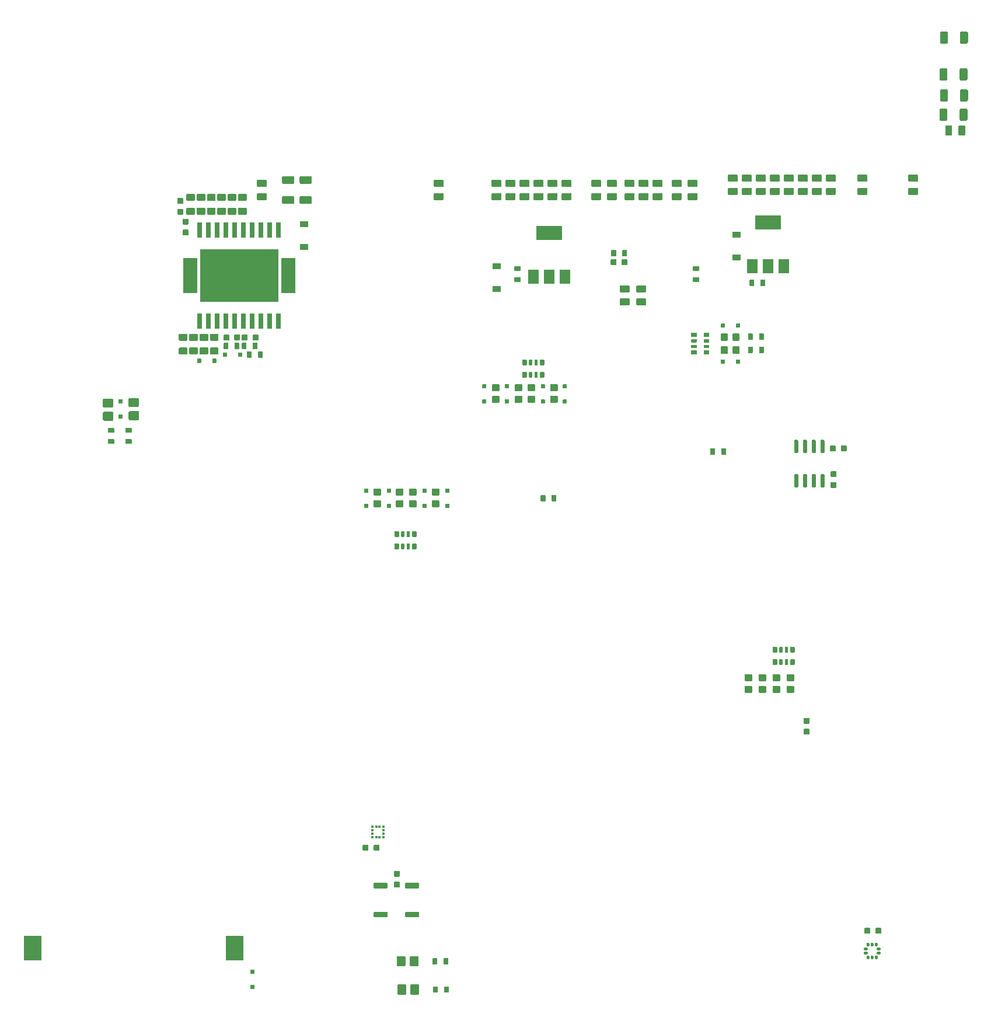
<source format=gtp>
G04 #@! TF.GenerationSoftware,KiCad,Pcbnew,(6.0.1)*
G04 #@! TF.CreationDate,2022-05-23T18:47:54+03:00*
G04 #@! TF.ProjectId,hellen72_NB2,68656c6c-656e-4373-925f-4e42322e6b69,b*
G04 #@! TF.SameCoordinates,PX141ef50PYa2cc1bc*
G04 #@! TF.FileFunction,Paste,Top*
G04 #@! TF.FilePolarity,Positive*
%FSLAX46Y46*%
G04 Gerber Fmt 4.6, Leading zero omitted, Abs format (unit mm)*
G04 Created by KiCad (PCBNEW (6.0.1)) date 2022-05-23 18:47:54*
%MOMM*%
%LPD*%
G01*
G04 APERTURE LIST*
%ADD10O,0.000001X0.000001*%
%ADD11R,0.375000X0.350000*%
%ADD12R,0.350000X0.375000*%
%ADD13R,2.600000X3.600000*%
%ADD14R,1.500000X2.000000*%
%ADD15R,3.800000X2.000000*%
%ADD16R,0.800000X2.200000*%
%ADD17R,2.032000X5.080000*%
%ADD18R,11.430000X7.620000*%
G04 APERTURE END LIST*
D10*
G04 #@! TO.C,M4*
X89968539Y5845064D03*
X82218547Y19395047D03*
X82988541Y4570030D03*
G04 #@! TD*
G04 #@! TO.C,F6*
G36*
G01*
X148408690Y133505340D02*
X149098690Y133505340D01*
G75*
G02*
X149328690Y133275340I0J-230000D01*
G01*
X149328690Y131935340D01*
G75*
G02*
X149098690Y131705340I-230000J0D01*
G01*
X148408690Y131705340D01*
G75*
G02*
X148178690Y131935340I0J230000D01*
G01*
X148178690Y133275340D01*
G75*
G02*
X148408690Y133505340I230000J0D01*
G01*
G37*
G36*
G01*
X145508670Y133505340D02*
X146198670Y133505340D01*
G75*
G02*
X146428670Y133275340I0J-230000D01*
G01*
X146428670Y131935340D01*
G75*
G02*
X146198670Y131705340I-230000J0D01*
G01*
X145508670Y131705340D01*
G75*
G02*
X145278670Y131935340I0J230000D01*
G01*
X145278670Y133275340D01*
G75*
G02*
X145508670Y133505340I230000J0D01*
G01*
G37*
G04 #@! TD*
G04 #@! TO.C,R8*
G36*
G01*
X117956680Y120995339D02*
X116706680Y120995339D01*
G75*
G02*
X116606680Y121095339I0J100000D01*
G01*
X116606680Y121895339D01*
G75*
G02*
X116706680Y121995339I100000J0D01*
G01*
X117956680Y121995339D01*
G75*
G02*
X118056680Y121895339I0J-100000D01*
G01*
X118056680Y121095339D01*
G75*
G02*
X117956680Y120995339I-100000J0D01*
G01*
G37*
G36*
G01*
X117956680Y122895361D02*
X116706680Y122895361D01*
G75*
G02*
X116606680Y122995361I0J100000D01*
G01*
X116606680Y123795361D01*
G75*
G02*
X116706680Y123895361I100000J0D01*
G01*
X117956680Y123895361D01*
G75*
G02*
X118056680Y123795361I0J-100000D01*
G01*
X118056680Y122995361D01*
G75*
G02*
X117956680Y122895361I-100000J0D01*
G01*
G37*
G04 #@! TD*
G04 #@! TO.C,R32*
G36*
G01*
X142086680Y120995339D02*
X140836680Y120995339D01*
G75*
G02*
X140736680Y121095339I0J100000D01*
G01*
X140736680Y121895339D01*
G75*
G02*
X140836680Y121995339I100000J0D01*
G01*
X142086680Y121995339D01*
G75*
G02*
X142186680Y121895339I0J-100000D01*
G01*
X142186680Y121095339D01*
G75*
G02*
X142086680Y120995339I-100000J0D01*
G01*
G37*
G36*
G01*
X142086680Y122895361D02*
X140836680Y122895361D01*
G75*
G02*
X140736680Y122995361I0J100000D01*
G01*
X140736680Y123795361D01*
G75*
G02*
X140836680Y123895361I100000J0D01*
G01*
X142086680Y123895361D01*
G75*
G02*
X142186680Y123795361I0J-100000D01*
G01*
X142186680Y122995361D01*
G75*
G02*
X142086680Y122895361I-100000J0D01*
G01*
G37*
G04 #@! TD*
G04 #@! TO.C,R2*
G36*
G01*
X24710000Y87162500D02*
X25490000Y87162500D01*
G75*
G02*
X25560000Y87092500I0J-70000D01*
G01*
X25560000Y86532500D01*
G75*
G02*
X25490000Y86462500I-70000J0D01*
G01*
X24710000Y86462500D01*
G75*
G02*
X24640000Y86532500I0J70000D01*
G01*
X24640000Y87092500D01*
G75*
G02*
X24710000Y87162500I70000J0D01*
G01*
G37*
G36*
G01*
X24710000Y85562500D02*
X25490000Y85562500D01*
G75*
G02*
X25560000Y85492500I0J-70000D01*
G01*
X25560000Y84932500D01*
G75*
G02*
X25490000Y84862500I-70000J0D01*
G01*
X24710000Y84862500D01*
G75*
G02*
X24640000Y84932500I0J70000D01*
G01*
X24640000Y85492500D01*
G75*
G02*
X24710000Y85562500I70000J0D01*
G01*
G37*
G04 #@! TD*
G04 #@! TO.C,R4*
G36*
G01*
X114301680Y84145340D02*
X114301680Y83365340D01*
G75*
G02*
X114231680Y83295340I-70000J0D01*
G01*
X113671680Y83295340D01*
G75*
G02*
X113601680Y83365340I0J70000D01*
G01*
X113601680Y84145340D01*
G75*
G02*
X113671680Y84215340I70000J0D01*
G01*
X114231680Y84215340D01*
G75*
G02*
X114301680Y84145340I0J-70000D01*
G01*
G37*
G36*
G01*
X112701680Y84145340D02*
X112701680Y83365340D01*
G75*
G02*
X112631680Y83295340I-70000J0D01*
G01*
X112071680Y83295340D01*
G75*
G02*
X112001680Y83365340I0J70000D01*
G01*
X112001680Y84145340D01*
G75*
G02*
X112071680Y84215340I70000J0D01*
G01*
X112631680Y84215340D01*
G75*
G02*
X112701680Y84145340I0J-70000D01*
G01*
G37*
G04 #@! TD*
G04 #@! TO.C,C3*
G36*
G01*
X61596678Y25965340D02*
X61596678Y26645340D01*
G75*
G02*
X61681678Y26730340I85000J0D01*
G01*
X62361678Y26730340D01*
G75*
G02*
X62446678Y26645340I0J-85000D01*
G01*
X62446678Y25965340D01*
G75*
G02*
X62361678Y25880340I-85000J0D01*
G01*
X61681678Y25880340D01*
G75*
G02*
X61596678Y25965340I0J85000D01*
G01*
G37*
G36*
G01*
X63176680Y25965340D02*
X63176680Y26645340D01*
G75*
G02*
X63261680Y26730340I85000J0D01*
G01*
X63941680Y26730340D01*
G75*
G02*
X64026680Y26645340I0J-85000D01*
G01*
X64026680Y25965340D01*
G75*
G02*
X63941680Y25880340I-85000J0D01*
G01*
X63261680Y25880340D01*
G75*
G02*
X63176680Y25965340I0J85000D01*
G01*
G37*
G04 #@! TD*
G04 #@! TO.C,R9*
G36*
G01*
X124052680Y120995339D02*
X122802680Y120995339D01*
G75*
G02*
X122702680Y121095339I0J100000D01*
G01*
X122702680Y121895339D01*
G75*
G02*
X122802680Y121995339I100000J0D01*
G01*
X124052680Y121995339D01*
G75*
G02*
X124152680Y121895339I0J-100000D01*
G01*
X124152680Y121095339D01*
G75*
G02*
X124052680Y120995339I-100000J0D01*
G01*
G37*
G36*
G01*
X124052680Y122895361D02*
X122802680Y122895361D01*
G75*
G02*
X122702680Y122995361I0J100000D01*
G01*
X122702680Y123795361D01*
G75*
G02*
X122802680Y123895361I100000J0D01*
G01*
X124052680Y123895361D01*
G75*
G02*
X124152680Y123795361I0J-100000D01*
G01*
X124152680Y122995361D01*
G75*
G02*
X124052680Y122895361I-100000J0D01*
G01*
G37*
G04 #@! TD*
G04 #@! TO.C,R21*
G36*
G01*
X43701680Y99445340D02*
X43701680Y98665340D01*
G75*
G02*
X43631680Y98595340I-70000J0D01*
G01*
X43071680Y98595340D01*
G75*
G02*
X43001680Y98665340I0J70000D01*
G01*
X43001680Y99445340D01*
G75*
G02*
X43071680Y99515340I70000J0D01*
G01*
X43631680Y99515340D01*
G75*
G02*
X43701680Y99445340I0J-70000D01*
G01*
G37*
G36*
G01*
X42101680Y99445340D02*
X42101680Y98665340D01*
G75*
G02*
X42031680Y98595340I-70000J0D01*
G01*
X41471680Y98595340D01*
G75*
G02*
X41401680Y98665340I0J70000D01*
G01*
X41401680Y99445340D01*
G75*
G02*
X41471680Y99515340I70000J0D01*
G01*
X42031680Y99515340D01*
G75*
G02*
X42101680Y99445340I0J-70000D01*
G01*
G37*
G04 #@! TD*
G04 #@! TO.C,M5*
X57244999Y68321715D03*
G04 #@! TD*
G04 #@! TO.C,D1*
G36*
G01*
X67906019Y6350340D02*
X67906019Y5110340D01*
G75*
G02*
X67776019Y4980340I-130000J0D01*
G01*
X66736019Y4980340D01*
G75*
G02*
X66606019Y5110340I0J130000D01*
G01*
X66606019Y6350340D01*
G75*
G02*
X66736019Y6480340I130000J0D01*
G01*
X67776019Y6480340D01*
G75*
G02*
X67906019Y6350340I0J-130000D01*
G01*
G37*
G36*
G01*
X69806040Y6350340D02*
X69806040Y5110340D01*
G75*
G02*
X69676040Y4980340I-130000J0D01*
G01*
X68636040Y4980340D01*
G75*
G02*
X68506040Y5110340I0J130000D01*
G01*
X68506040Y6350340D01*
G75*
G02*
X68636040Y6480340I130000J0D01*
G01*
X69676040Y6480340D01*
G75*
G02*
X69806040Y6350340I0J-130000D01*
G01*
G37*
G04 #@! TD*
G04 #@! TO.C,R48*
G36*
G01*
X89762680Y120233339D02*
X88512680Y120233339D01*
G75*
G02*
X88412680Y120333339I0J100000D01*
G01*
X88412680Y121133339D01*
G75*
G02*
X88512680Y121233339I100000J0D01*
G01*
X89762680Y121233339D01*
G75*
G02*
X89862680Y121133339I0J-100000D01*
G01*
X89862680Y120333339D01*
G75*
G02*
X89762680Y120233339I-100000J0D01*
G01*
G37*
G36*
G01*
X89762680Y122133361D02*
X88512680Y122133361D01*
G75*
G02*
X88412680Y122233361I0J100000D01*
G01*
X88412680Y123033361D01*
G75*
G02*
X88512680Y123133361I100000J0D01*
G01*
X89762680Y123133361D01*
G75*
G02*
X89862680Y123033361I0J-100000D01*
G01*
X89862680Y122233361D01*
G75*
G02*
X89762680Y122133361I-100000J0D01*
G01*
G37*
G04 #@! TD*
G04 #@! TO.C,D15*
G36*
G01*
X61811889Y75639340D02*
X61811889Y76119340D01*
G75*
G02*
X61871889Y76179340I60000J0D01*
G01*
X62351889Y76179340D01*
G75*
G02*
X62411889Y76119340I0J-60000D01*
G01*
X62411889Y75639340D01*
G75*
G02*
X62351889Y75579340I-60000J0D01*
G01*
X61871889Y75579340D01*
G75*
G02*
X61811889Y75639340I0J60000D01*
G01*
G37*
G36*
G01*
X61811889Y77839340D02*
X61811889Y78319340D01*
G75*
G02*
X61871889Y78379340I60000J0D01*
G01*
X62351889Y78379340D01*
G75*
G02*
X62411889Y78319340I0J-60000D01*
G01*
X62411889Y77839340D01*
G75*
G02*
X62351889Y77779340I-60000J0D01*
G01*
X61871889Y77779340D01*
G75*
G02*
X61811889Y77839340I0J60000D01*
G01*
G37*
G04 #@! TD*
G04 #@! TO.C,C7*
G36*
G01*
X34790197Y120526785D02*
X35470197Y120526785D01*
G75*
G02*
X35555197Y120441785I0J-85000D01*
G01*
X35555197Y119761785D01*
G75*
G02*
X35470197Y119676785I-85000J0D01*
G01*
X34790197Y119676785D01*
G75*
G02*
X34705197Y119761785I0J85000D01*
G01*
X34705197Y120441785D01*
G75*
G02*
X34790197Y120526785I85000J0D01*
G01*
G37*
G36*
G01*
X34790197Y118946783D02*
X35470197Y118946783D01*
G75*
G02*
X35555197Y118861783I0J-85000D01*
G01*
X35555197Y118181783D01*
G75*
G02*
X35470197Y118096783I-85000J0D01*
G01*
X34790197Y118096783D01*
G75*
G02*
X34705197Y118181783I0J85000D01*
G01*
X34705197Y118861783D01*
G75*
G02*
X34790197Y118946783I85000J0D01*
G01*
G37*
G04 #@! TD*
G04 #@! TO.C,C1*
G36*
G01*
X66211680Y22945341D02*
X66891680Y22945341D01*
G75*
G02*
X66976680Y22860341I0J-85000D01*
G01*
X66976680Y22180341D01*
G75*
G02*
X66891680Y22095341I-85000J0D01*
G01*
X66211680Y22095341D01*
G75*
G02*
X66126680Y22180341I0J85000D01*
G01*
X66126680Y22860341D01*
G75*
G02*
X66211680Y22945341I85000J0D01*
G01*
G37*
G36*
G01*
X66211680Y21365339D02*
X66891680Y21365339D01*
G75*
G02*
X66976680Y21280339I0J-85000D01*
G01*
X66976680Y20600339D01*
G75*
G02*
X66891680Y20515339I-85000J0D01*
G01*
X66211680Y20515339D01*
G75*
G02*
X66126680Y20600339I0J85000D01*
G01*
X66126680Y21280339D01*
G75*
G02*
X66211680Y21365339I85000J0D01*
G01*
G37*
G04 #@! TD*
G04 #@! TO.C,D35*
G36*
G01*
X115297680Y115655340D02*
X116317680Y115655340D01*
G75*
G02*
X116407680Y115565340I0J-90000D01*
G01*
X116407680Y114845340D01*
G75*
G02*
X116317680Y114755340I-90000J0D01*
G01*
X115297680Y114755340D01*
G75*
G02*
X115207680Y114845340I0J90000D01*
G01*
X115207680Y115565340D01*
G75*
G02*
X115297680Y115655340I90000J0D01*
G01*
G37*
G36*
G01*
X115297680Y112355340D02*
X116317680Y112355340D01*
G75*
G02*
X116407680Y112265340I0J-90000D01*
G01*
X116407680Y111545340D01*
G75*
G02*
X116317680Y111455340I-90000J0D01*
G01*
X115297680Y111455340D01*
G75*
G02*
X115207680Y111545340I0J90000D01*
G01*
X115207680Y112265340D01*
G75*
G02*
X115297680Y112355340I90000J0D01*
G01*
G37*
G04 #@! TD*
G04 #@! TO.C,S1*
G36*
G01*
X63281680Y21205341D02*
X65121680Y21205341D01*
G75*
G02*
X65201680Y21125341I0J-80000D01*
G01*
X65201680Y20485341D01*
G75*
G02*
X65121680Y20405341I-80000J0D01*
G01*
X63281680Y20405341D01*
G75*
G02*
X63201680Y20485341I0J80000D01*
G01*
X63201680Y21125341D01*
G75*
G02*
X63281680Y21205341I80000J0D01*
G01*
G37*
G36*
G01*
X63281680Y17005340D02*
X65121680Y17005340D01*
G75*
G02*
X65201680Y16925340I0J-80000D01*
G01*
X65201680Y16285340D01*
G75*
G02*
X65121680Y16205340I-80000J0D01*
G01*
X63281680Y16205340D01*
G75*
G02*
X63201680Y16285340I0J80000D01*
G01*
X63201680Y16925340D01*
G75*
G02*
X63281680Y17005340I80000J0D01*
G01*
G37*
G04 #@! TD*
G04 #@! TO.C,D6*
G36*
G01*
X72611887Y75679341D02*
X71711887Y75679341D01*
G75*
G02*
X71611887Y75779341I0J100000D01*
G01*
X71611887Y76579341D01*
G75*
G02*
X71711887Y76679341I100000J0D01*
G01*
X72611887Y76679341D01*
G75*
G02*
X72711887Y76579341I0J-100000D01*
G01*
X72711887Y75779341D01*
G75*
G02*
X72611887Y75679341I-100000J0D01*
G01*
G37*
G36*
G01*
X72611887Y77379341D02*
X71711887Y77379341D01*
G75*
G02*
X71611887Y77479341I0J100000D01*
G01*
X71611887Y78279341D01*
G75*
G02*
X71711887Y78379341I100000J0D01*
G01*
X72611887Y78379341D01*
G75*
G02*
X72711887Y78279341I0J-100000D01*
G01*
X72711887Y77479341D01*
G75*
G02*
X72611887Y77379341I-100000J0D01*
G01*
G37*
G04 #@! TD*
G04 #@! TO.C,C4*
G36*
G01*
X131806682Y84545340D02*
X131806682Y83865340D01*
G75*
G02*
X131721682Y83780340I-85000J0D01*
G01*
X131041682Y83780340D01*
G75*
G02*
X130956682Y83865340I0J85000D01*
G01*
X130956682Y84545340D01*
G75*
G02*
X131041682Y84630340I85000J0D01*
G01*
X131721682Y84630340D01*
G75*
G02*
X131806682Y84545340I0J-85000D01*
G01*
G37*
G36*
G01*
X130226680Y84545340D02*
X130226680Y83865340D01*
G75*
G02*
X130141680Y83780340I-85000J0D01*
G01*
X129461680Y83780340D01*
G75*
G02*
X129376680Y83865340I0J85000D01*
G01*
X129376680Y84545340D01*
G75*
G02*
X129461680Y84630340I85000J0D01*
G01*
X130141680Y84630340D01*
G75*
G02*
X130226680Y84545340I0J-85000D01*
G01*
G37*
G04 #@! TD*
G04 #@! TO.C,D12*
G36*
G01*
X73597680Y75639340D02*
X73597680Y76119340D01*
G75*
G02*
X73657680Y76179340I60000J0D01*
G01*
X74137680Y76179340D01*
G75*
G02*
X74197680Y76119340I0J-60000D01*
G01*
X74197680Y75639340D01*
G75*
G02*
X74137680Y75579340I-60000J0D01*
G01*
X73657680Y75579340D01*
G75*
G02*
X73597680Y75639340I0J60000D01*
G01*
G37*
G36*
G01*
X73597680Y77839340D02*
X73597680Y78319340D01*
G75*
G02*
X73657680Y78379340I60000J0D01*
G01*
X74137680Y78379340D01*
G75*
G02*
X74197680Y78319340I0J-60000D01*
G01*
X74197680Y77839340D01*
G75*
G02*
X74137680Y77779340I-60000J0D01*
G01*
X73657680Y77779340D01*
G75*
G02*
X73597680Y77839340I0J60000D01*
G01*
G37*
G04 #@! TD*
G04 #@! TO.C,D22*
G36*
G01*
X82819177Y93457841D02*
X82819177Y92977841D01*
G75*
G02*
X82759177Y92917841I-60000J0D01*
G01*
X82279177Y92917841D01*
G75*
G02*
X82219177Y92977841I0J60000D01*
G01*
X82219177Y93457841D01*
G75*
G02*
X82279177Y93517841I60000J0D01*
G01*
X82759177Y93517841D01*
G75*
G02*
X82819177Y93457841I0J-60000D01*
G01*
G37*
G36*
G01*
X82819177Y91257841D02*
X82819177Y90777841D01*
G75*
G02*
X82759177Y90717841I-60000J0D01*
G01*
X82279177Y90717841D01*
G75*
G02*
X82219177Y90777841I0J60000D01*
G01*
X82219177Y91257841D01*
G75*
G02*
X82279177Y91317841I60000J0D01*
G01*
X82759177Y91317841D01*
G75*
G02*
X82819177Y91257841I0J-60000D01*
G01*
G37*
G04 #@! TD*
G04 #@! TO.C,D11*
G36*
G01*
X28995000Y90212521D02*
X27755000Y90212521D01*
G75*
G02*
X27625000Y90342521I0J130000D01*
G01*
X27625000Y91382521D01*
G75*
G02*
X27755000Y91512521I130000J0D01*
G01*
X28995000Y91512521D01*
G75*
G02*
X29125000Y91382521I0J-130000D01*
G01*
X29125000Y90342521D01*
G75*
G02*
X28995000Y90212521I-130000J0D01*
G01*
G37*
G36*
G01*
X28995000Y88312500D02*
X27755000Y88312500D01*
G75*
G02*
X27625000Y88442500I0J130000D01*
G01*
X27625000Y89482500D01*
G75*
G02*
X27755000Y89612500I130000J0D01*
G01*
X28995000Y89612500D01*
G75*
G02*
X29125000Y89482500I0J-130000D01*
G01*
X29125000Y88442500D01*
G75*
G02*
X28995000Y88312500I-130000J0D01*
G01*
G37*
G04 #@! TD*
G04 #@! TO.C,C17*
G36*
G01*
X39526680Y100830340D02*
X40576680Y100830340D01*
G75*
G02*
X40676680Y100730340I0J-100000D01*
G01*
X40676680Y99930340D01*
G75*
G02*
X40576680Y99830340I-100000J0D01*
G01*
X39526680Y99830340D01*
G75*
G02*
X39426680Y99930340I0J100000D01*
G01*
X39426680Y100730340D01*
G75*
G02*
X39526680Y100830340I100000J0D01*
G01*
G37*
G36*
G01*
X39526680Y98830340D02*
X40576680Y98830340D01*
G75*
G02*
X40676680Y98730340I0J-100000D01*
G01*
X40676680Y97930340D01*
G75*
G02*
X40576680Y97830340I-100000J0D01*
G01*
X39526680Y97830340D01*
G75*
G02*
X39426680Y97930340I0J100000D01*
G01*
X39426680Y98730340D01*
G75*
G02*
X39526680Y98830340I100000J0D01*
G01*
G37*
G04 #@! TD*
G04 #@! TO.C,R11*
G36*
G01*
X134720680Y120995339D02*
X133470680Y120995339D01*
G75*
G02*
X133370680Y121095339I0J100000D01*
G01*
X133370680Y121895339D01*
G75*
G02*
X133470680Y121995339I100000J0D01*
G01*
X134720680Y121995339D01*
G75*
G02*
X134820680Y121895339I0J-100000D01*
G01*
X134820680Y121095339D01*
G75*
G02*
X134720680Y120995339I-100000J0D01*
G01*
G37*
G36*
G01*
X134720680Y122895361D02*
X133470680Y122895361D01*
G75*
G02*
X133370680Y122995361I0J100000D01*
G01*
X133370680Y123795361D01*
G75*
G02*
X133470680Y123895361I100000J0D01*
G01*
X134720680Y123895361D01*
G75*
G02*
X134820680Y123795361I0J-100000D01*
G01*
X134820680Y122995361D01*
G75*
G02*
X134720680Y122895361I-100000J0D01*
G01*
G37*
G04 #@! TD*
G04 #@! TO.C,R6*
G36*
G01*
X69401680Y72118340D02*
X69401680Y71448340D01*
G75*
G02*
X69336680Y71383340I-65000J0D01*
G01*
X68816680Y71383340D01*
G75*
G02*
X68751680Y71448340I0J65000D01*
G01*
X68751680Y72118340D01*
G75*
G02*
X68816680Y72183340I65000J0D01*
G01*
X69336680Y72183340D01*
G75*
G02*
X69401680Y72118340I0J-65000D01*
G01*
G37*
G36*
G01*
X68426680Y72138340D02*
X68426680Y71428340D01*
G75*
G02*
X68381680Y71383340I-45000J0D01*
G01*
X68021680Y71383340D01*
G75*
G02*
X67976680Y71428340I0J45000D01*
G01*
X67976680Y72138340D01*
G75*
G02*
X68021680Y72183340I45000J0D01*
G01*
X68381680Y72183340D01*
G75*
G02*
X68426680Y72138340I0J-45000D01*
G01*
G37*
G36*
G01*
X67626680Y72138340D02*
X67626680Y71428340D01*
G75*
G02*
X67581680Y71383340I-45000J0D01*
G01*
X67221680Y71383340D01*
G75*
G02*
X67176680Y71428340I0J45000D01*
G01*
X67176680Y72138340D01*
G75*
G02*
X67221680Y72183340I45000J0D01*
G01*
X67581680Y72183340D01*
G75*
G02*
X67626680Y72138340I0J-45000D01*
G01*
G37*
G36*
G01*
X66851680Y72118340D02*
X66851680Y71448340D01*
G75*
G02*
X66786680Y71383340I-65000J0D01*
G01*
X66266680Y71383340D01*
G75*
G02*
X66201680Y71448340I0J65000D01*
G01*
X66201680Y72118340D01*
G75*
G02*
X66266680Y72183340I65000J0D01*
G01*
X66786680Y72183340D01*
G75*
G02*
X66851680Y72118340I0J-65000D01*
G01*
G37*
G36*
G01*
X66851680Y70318340D02*
X66851680Y69648340D01*
G75*
G02*
X66786680Y69583340I-65000J0D01*
G01*
X66266680Y69583340D01*
G75*
G02*
X66201680Y69648340I0J65000D01*
G01*
X66201680Y70318340D01*
G75*
G02*
X66266680Y70383340I65000J0D01*
G01*
X66786680Y70383340D01*
G75*
G02*
X66851680Y70318340I0J-65000D01*
G01*
G37*
G36*
G01*
X67626680Y70338340D02*
X67626680Y69628340D01*
G75*
G02*
X67581680Y69583340I-45000J0D01*
G01*
X67221680Y69583340D01*
G75*
G02*
X67176680Y69628340I0J45000D01*
G01*
X67176680Y70338340D01*
G75*
G02*
X67221680Y70383340I45000J0D01*
G01*
X67581680Y70383340D01*
G75*
G02*
X67626680Y70338340I0J-45000D01*
G01*
G37*
G36*
G01*
X68426680Y70338340D02*
X68426680Y69628340D01*
G75*
G02*
X68381680Y69583340I-45000J0D01*
G01*
X68021680Y69583340D01*
G75*
G02*
X67976680Y69628340I0J45000D01*
G01*
X67976680Y70338340D01*
G75*
G02*
X68021680Y70383340I45000J0D01*
G01*
X68381680Y70383340D01*
G75*
G02*
X68426680Y70338340I0J-45000D01*
G01*
G37*
G36*
G01*
X69401680Y70318340D02*
X69401680Y69648340D01*
G75*
G02*
X69336680Y69583340I-65000J0D01*
G01*
X68816680Y69583340D01*
G75*
G02*
X68751680Y69648340I0J65000D01*
G01*
X68751680Y70318340D01*
G75*
G02*
X68816680Y70383340I65000J0D01*
G01*
X69336680Y70383340D01*
G75*
G02*
X69401680Y70318340I0J-65000D01*
G01*
G37*
G04 #@! TD*
G04 #@! TO.C,R43*
G36*
G01*
X47598680Y120233339D02*
X46348680Y120233339D01*
G75*
G02*
X46248680Y120333339I0J100000D01*
G01*
X46248680Y121133339D01*
G75*
G02*
X46348680Y121233339I100000J0D01*
G01*
X47598680Y121233339D01*
G75*
G02*
X47698680Y121133339I0J-100000D01*
G01*
X47698680Y120333339D01*
G75*
G02*
X47598680Y120233339I-100000J0D01*
G01*
G37*
G36*
G01*
X47598680Y122133361D02*
X46348680Y122133361D01*
G75*
G02*
X46248680Y122233361I0J100000D01*
G01*
X46248680Y123033361D01*
G75*
G02*
X46348680Y123133361I100000J0D01*
G01*
X47598680Y123133361D01*
G75*
G02*
X47698680Y123033361I0J-100000D01*
G01*
X47698680Y122233361D01*
G75*
G02*
X47598680Y122133361I-100000J0D01*
G01*
G37*
G04 #@! TD*
G04 #@! TO.C,R30*
G36*
G01*
X126084680Y120995339D02*
X124834680Y120995339D01*
G75*
G02*
X124734680Y121095339I0J100000D01*
G01*
X124734680Y121895339D01*
G75*
G02*
X124834680Y121995339I100000J0D01*
G01*
X126084680Y121995339D01*
G75*
G02*
X126184680Y121895339I0J-100000D01*
G01*
X126184680Y121095339D01*
G75*
G02*
X126084680Y120995339I-100000J0D01*
G01*
G37*
G36*
G01*
X126084680Y122895361D02*
X124834680Y122895361D01*
G75*
G02*
X124734680Y122995361I0J100000D01*
G01*
X124734680Y123795361D01*
G75*
G02*
X124834680Y123895361I100000J0D01*
G01*
X126084680Y123895361D01*
G75*
G02*
X126184680Y123795361I0J-100000D01*
G01*
X126184680Y122995361D01*
G75*
G02*
X126084680Y122895361I-100000J0D01*
G01*
G37*
G04 #@! TD*
G04 #@! TO.C,F5*
G36*
G01*
X49883680Y122788350D02*
X49883680Y123478350D01*
G75*
G02*
X50113680Y123708350I230000J0D01*
G01*
X51453680Y123708350D01*
G75*
G02*
X51683680Y123478350I0J-230000D01*
G01*
X51683680Y122788350D01*
G75*
G02*
X51453680Y122558350I-230000J0D01*
G01*
X50113680Y122558350D01*
G75*
G02*
X49883680Y122788350I0J230000D01*
G01*
G37*
G36*
G01*
X49883680Y119888330D02*
X49883680Y120578330D01*
G75*
G02*
X50113680Y120808330I230000J0D01*
G01*
X51453680Y120808330D01*
G75*
G02*
X51683680Y120578330I0J-230000D01*
G01*
X51683680Y119888330D01*
G75*
G02*
X51453680Y119658330I-230000J0D01*
G01*
X50113680Y119658330D01*
G75*
G02*
X49883680Y119888330I0J230000D01*
G01*
G37*
G04 #@! TD*
G04 #@! TO.C,R34*
G36*
G01*
X130148680Y120995339D02*
X128898680Y120995339D01*
G75*
G02*
X128798680Y121095339I0J100000D01*
G01*
X128798680Y121895339D01*
G75*
G02*
X128898680Y121995339I100000J0D01*
G01*
X130148680Y121995339D01*
G75*
G02*
X130248680Y121895339I0J-100000D01*
G01*
X130248680Y121095339D01*
G75*
G02*
X130148680Y120995339I-100000J0D01*
G01*
G37*
G36*
G01*
X130148680Y122895361D02*
X128898680Y122895361D01*
G75*
G02*
X128798680Y122995361I0J100000D01*
G01*
X128798680Y123795361D01*
G75*
G02*
X128898680Y123895361I100000J0D01*
G01*
X130148680Y123895361D01*
G75*
G02*
X130248680Y123795361I0J-100000D01*
G01*
X130248680Y122995361D01*
G75*
G02*
X130148680Y122895361I-100000J0D01*
G01*
G37*
G04 #@! TD*
G04 #@! TO.C,D30*
G36*
G01*
X113611680Y97092837D02*
X114091680Y97092837D01*
G75*
G02*
X114151680Y97032837I0J-60000D01*
G01*
X114151680Y96552837D01*
G75*
G02*
X114091680Y96492837I-60000J0D01*
G01*
X113611680Y96492837D01*
G75*
G02*
X113551680Y96552837I0J60000D01*
G01*
X113551680Y97032837D01*
G75*
G02*
X113611680Y97092837I60000J0D01*
G01*
G37*
G36*
G01*
X115811680Y97092837D02*
X116291680Y97092837D01*
G75*
G02*
X116351680Y97032837I0J-60000D01*
G01*
X116351680Y96552837D01*
G75*
G02*
X116291680Y96492837I-60000J0D01*
G01*
X115811680Y96492837D01*
G75*
G02*
X115751680Y96552837I0J60000D01*
G01*
X115751680Y97032837D01*
G75*
G02*
X115811680Y97092837I60000J0D01*
G01*
G37*
G04 #@! TD*
G04 #@! TO.C,M8*
X84515180Y103998674D03*
G04 #@! TD*
G04 #@! TO.C,R39*
G36*
G01*
X98976680Y107855341D02*
X100226680Y107855341D01*
G75*
G02*
X100326680Y107755341I0J-100000D01*
G01*
X100326680Y106955341D01*
G75*
G02*
X100226680Y106855341I-100000J0D01*
G01*
X98976680Y106855341D01*
G75*
G02*
X98876680Y106955341I0J100000D01*
G01*
X98876680Y107755341D01*
G75*
G02*
X98976680Y107855341I100000J0D01*
G01*
G37*
G36*
G01*
X98976680Y105955319D02*
X100226680Y105955319D01*
G75*
G02*
X100326680Y105855319I0J-100000D01*
G01*
X100326680Y105055319D01*
G75*
G02*
X100226680Y104955319I-100000J0D01*
G01*
X98976680Y104955319D01*
G75*
G02*
X98876680Y105055319I0J100000D01*
G01*
X98876680Y105855319D01*
G75*
G02*
X98976680Y105955319I100000J0D01*
G01*
G37*
G04 #@! TD*
G04 #@! TO.C,R17*
G36*
G01*
X101720680Y123133341D02*
X102970680Y123133341D01*
G75*
G02*
X103070680Y123033341I0J-100000D01*
G01*
X103070680Y122233341D01*
G75*
G02*
X102970680Y122133341I-100000J0D01*
G01*
X101720680Y122133341D01*
G75*
G02*
X101620680Y122233341I0J100000D01*
G01*
X101620680Y123033341D01*
G75*
G02*
X101720680Y123133341I100000J0D01*
G01*
G37*
G36*
G01*
X101720680Y121233319D02*
X102970680Y121233319D01*
G75*
G02*
X103070680Y121133319I0J-100000D01*
G01*
X103070680Y120333319D01*
G75*
G02*
X102970680Y120233319I-100000J0D01*
G01*
X101720680Y120233319D01*
G75*
G02*
X101620680Y120333319I0J100000D01*
G01*
X101620680Y121133319D01*
G75*
G02*
X101720680Y121233319I100000J0D01*
G01*
G37*
G04 #@! TD*
G04 #@! TO.C,M13*
X104618539Y19553554D03*
G04 #@! TD*
G04 #@! TO.C,S2*
G36*
G01*
X67856680Y21205341D02*
X69696680Y21205341D01*
G75*
G02*
X69776680Y21125341I0J-80000D01*
G01*
X69776680Y20485341D01*
G75*
G02*
X69696680Y20405341I-80000J0D01*
G01*
X67856680Y20405341D01*
G75*
G02*
X67776680Y20485341I0J80000D01*
G01*
X67776680Y21125341D01*
G75*
G02*
X67856680Y21205341I80000J0D01*
G01*
G37*
G36*
G01*
X67856680Y17005340D02*
X69696680Y17005340D01*
G75*
G02*
X69776680Y16925340I0J-80000D01*
G01*
X69776680Y16285340D01*
G75*
G02*
X69696680Y16205340I-80000J0D01*
G01*
X67856680Y16205340D01*
G75*
G02*
X67776680Y16285340I0J80000D01*
G01*
X67776680Y16925340D01*
G75*
G02*
X67856680Y17005340I80000J0D01*
G01*
G37*
G04 #@! TD*
G04 #@! TO.C,R40*
G36*
G01*
X119988680Y120995339D02*
X118738680Y120995339D01*
G75*
G02*
X118638680Y121095339I0J100000D01*
G01*
X118638680Y121895339D01*
G75*
G02*
X118738680Y121995339I100000J0D01*
G01*
X119988680Y121995339D01*
G75*
G02*
X120088680Y121895339I0J-100000D01*
G01*
X120088680Y121095339D01*
G75*
G02*
X119988680Y120995339I-100000J0D01*
G01*
G37*
G36*
G01*
X119988680Y122895361D02*
X118738680Y122895361D01*
G75*
G02*
X118638680Y122995361I0J100000D01*
G01*
X118638680Y123795361D01*
G75*
G02*
X118738680Y123895361I100000J0D01*
G01*
X119988680Y123895361D01*
G75*
G02*
X120088680Y123795361I0J-100000D01*
G01*
X120088680Y122995361D01*
G75*
G02*
X119988680Y122895361I-100000J0D01*
G01*
G37*
G04 #@! TD*
G04 #@! TO.C,F4*
G36*
G01*
X52423680Y122788350D02*
X52423680Y123478350D01*
G75*
G02*
X52653680Y123708350I230000J0D01*
G01*
X53993680Y123708350D01*
G75*
G02*
X54223680Y123478350I0J-230000D01*
G01*
X54223680Y122788350D01*
G75*
G02*
X53993680Y122558350I-230000J0D01*
G01*
X52653680Y122558350D01*
G75*
G02*
X52423680Y122788350I0J230000D01*
G01*
G37*
G36*
G01*
X52423680Y119888330D02*
X52423680Y120578330D01*
G75*
G02*
X52653680Y120808330I230000J0D01*
G01*
X53993680Y120808330D01*
G75*
G02*
X54223680Y120578330I0J-230000D01*
G01*
X54223680Y119888330D01*
G75*
G02*
X53993680Y119658330I-230000J0D01*
G01*
X52653680Y119658330D01*
G75*
G02*
X52423680Y119888330I0J230000D01*
G01*
G37*
G04 #@! TD*
G04 #@! TO.C,D23*
G36*
G01*
X79531680Y93459340D02*
X79531680Y92979340D01*
G75*
G02*
X79471680Y92919340I-60000J0D01*
G01*
X78991680Y92919340D01*
G75*
G02*
X78931680Y92979340I0J60000D01*
G01*
X78931680Y93459340D01*
G75*
G02*
X78991680Y93519340I60000J0D01*
G01*
X79471680Y93519340D01*
G75*
G02*
X79531680Y93459340I0J-60000D01*
G01*
G37*
G36*
G01*
X79531680Y91259340D02*
X79531680Y90779340D01*
G75*
G02*
X79471680Y90719340I-60000J0D01*
G01*
X78991680Y90719340D01*
G75*
G02*
X78931680Y90779340I0J60000D01*
G01*
X78931680Y91259340D01*
G75*
G02*
X78991680Y91319340I60000J0D01*
G01*
X79471680Y91319340D01*
G75*
G02*
X79531680Y91259340I0J-60000D01*
G01*
G37*
G04 #@! TD*
G04 #@! TO.C,D26*
G36*
G01*
X113551681Y99905342D02*
X113551681Y100805342D01*
G75*
G02*
X113651681Y100905342I100000J0D01*
G01*
X114451681Y100905342D01*
G75*
G02*
X114551681Y100805342I0J-100000D01*
G01*
X114551681Y99905342D01*
G75*
G02*
X114451681Y99805342I-100000J0D01*
G01*
X113651681Y99805342D01*
G75*
G02*
X113551681Y99905342I0J100000D01*
G01*
G37*
G36*
G01*
X115251681Y99905342D02*
X115251681Y100805342D01*
G75*
G02*
X115351681Y100905342I100000J0D01*
G01*
X116151681Y100905342D01*
G75*
G02*
X116251681Y100805342I0J-100000D01*
G01*
X116251681Y99905342D01*
G75*
G02*
X116151681Y99805342I-100000J0D01*
G01*
X115351681Y99805342D01*
G75*
G02*
X115251681Y99905342I0J100000D01*
G01*
G37*
G04 #@! TD*
G04 #@! TO.C,C16*
G36*
G01*
X43605197Y121111784D02*
X44655197Y121111784D01*
G75*
G02*
X44755197Y121011784I0J-100000D01*
G01*
X44755197Y120211784D01*
G75*
G02*
X44655197Y120111784I-100000J0D01*
G01*
X43605197Y120111784D01*
G75*
G02*
X43505197Y120211784I0J100000D01*
G01*
X43505197Y121011784D01*
G75*
G02*
X43605197Y121111784I100000J0D01*
G01*
G37*
G36*
G01*
X43605197Y119111784D02*
X44655197Y119111784D01*
G75*
G02*
X44755197Y119011784I0J-100000D01*
G01*
X44755197Y118211784D01*
G75*
G02*
X44655197Y118111784I-100000J0D01*
G01*
X43605197Y118111784D01*
G75*
G02*
X43505197Y118211784I0J100000D01*
G01*
X43505197Y119011784D01*
G75*
G02*
X43605197Y119111784I100000J0D01*
G01*
G37*
G04 #@! TD*
G04 #@! TO.C,R16*
G36*
G01*
X109316680Y101005340D02*
X109986680Y101005340D01*
G75*
G02*
X110051680Y100940340I0J-65000D01*
G01*
X110051680Y100420340D01*
G75*
G02*
X109986680Y100355340I-65000J0D01*
G01*
X109316680Y100355340D01*
G75*
G02*
X109251680Y100420340I0J65000D01*
G01*
X109251680Y100940340D01*
G75*
G02*
X109316680Y101005340I65000J0D01*
G01*
G37*
G36*
G01*
X109296680Y100030340D02*
X110006680Y100030340D01*
G75*
G02*
X110051680Y99985340I0J-45000D01*
G01*
X110051680Y99625340D01*
G75*
G02*
X110006680Y99580340I-45000J0D01*
G01*
X109296680Y99580340D01*
G75*
G02*
X109251680Y99625340I0J45000D01*
G01*
X109251680Y99985340D01*
G75*
G02*
X109296680Y100030340I45000J0D01*
G01*
G37*
G36*
G01*
X109296680Y99230340D02*
X110006680Y99230340D01*
G75*
G02*
X110051680Y99185340I0J-45000D01*
G01*
X110051680Y98825340D01*
G75*
G02*
X110006680Y98780340I-45000J0D01*
G01*
X109296680Y98780340D01*
G75*
G02*
X109251680Y98825340I0J45000D01*
G01*
X109251680Y99185340D01*
G75*
G02*
X109296680Y99230340I45000J0D01*
G01*
G37*
G36*
G01*
X109316680Y98455340D02*
X109986680Y98455340D01*
G75*
G02*
X110051680Y98390340I0J-65000D01*
G01*
X110051680Y97870340D01*
G75*
G02*
X109986680Y97805340I-65000J0D01*
G01*
X109316680Y97805340D01*
G75*
G02*
X109251680Y97870340I0J65000D01*
G01*
X109251680Y98390340D01*
G75*
G02*
X109316680Y98455340I65000J0D01*
G01*
G37*
G36*
G01*
X111116680Y98455340D02*
X111786680Y98455340D01*
G75*
G02*
X111851680Y98390340I0J-65000D01*
G01*
X111851680Y97870340D01*
G75*
G02*
X111786680Y97805340I-65000J0D01*
G01*
X111116680Y97805340D01*
G75*
G02*
X111051680Y97870340I0J65000D01*
G01*
X111051680Y98390340D01*
G75*
G02*
X111116680Y98455340I65000J0D01*
G01*
G37*
G36*
G01*
X111096680Y99230340D02*
X111806680Y99230340D01*
G75*
G02*
X111851680Y99185340I0J-45000D01*
G01*
X111851680Y98825340D01*
G75*
G02*
X111806680Y98780340I-45000J0D01*
G01*
X111096680Y98780340D01*
G75*
G02*
X111051680Y98825340I0J45000D01*
G01*
X111051680Y99185340D01*
G75*
G02*
X111096680Y99230340I45000J0D01*
G01*
G37*
G36*
G01*
X111096680Y100030340D02*
X111806680Y100030340D01*
G75*
G02*
X111851680Y99985340I0J-45000D01*
G01*
X111851680Y99625340D01*
G75*
G02*
X111806680Y99580340I-45000J0D01*
G01*
X111096680Y99580340D01*
G75*
G02*
X111051680Y99625340I0J45000D01*
G01*
X111051680Y99985340D01*
G75*
G02*
X111096680Y100030340I45000J0D01*
G01*
G37*
G36*
G01*
X111116680Y101005340D02*
X111786680Y101005340D01*
G75*
G02*
X111851680Y100940340I0J-65000D01*
G01*
X111851680Y100420340D01*
G75*
G02*
X111786680Y100355340I-65000J0D01*
G01*
X111116680Y100355340D01*
G75*
G02*
X111051680Y100420340I0J65000D01*
G01*
X111051680Y100940340D01*
G75*
G02*
X111116680Y101005340I65000J0D01*
G01*
G37*
G04 #@! TD*
G04 #@! TO.C,D28*
G36*
G01*
X120017678Y48755341D02*
X119117678Y48755341D01*
G75*
G02*
X119017678Y48855341I0J100000D01*
G01*
X119017678Y49655341D01*
G75*
G02*
X119117678Y49755341I100000J0D01*
G01*
X120017678Y49755341D01*
G75*
G02*
X120117678Y49655341I0J-100000D01*
G01*
X120117678Y48855341D01*
G75*
G02*
X120017678Y48755341I-100000J0D01*
G01*
G37*
G36*
G01*
X120017678Y50455341D02*
X119117678Y50455341D01*
G75*
G02*
X119017678Y50555341I0J100000D01*
G01*
X119017678Y51355341D01*
G75*
G02*
X119117678Y51455341I100000J0D01*
G01*
X120017678Y51455341D01*
G75*
G02*
X120117678Y51355341I0J-100000D01*
G01*
X120117678Y50555341D01*
G75*
G02*
X120017678Y50455341I-100000J0D01*
G01*
G37*
G04 #@! TD*
G04 #@! TO.C,D9*
G36*
G01*
X64137678Y75679341D02*
X63237678Y75679341D01*
G75*
G02*
X63137678Y75779341I0J100000D01*
G01*
X63137678Y76579341D01*
G75*
G02*
X63237678Y76679341I100000J0D01*
G01*
X64137678Y76679341D01*
G75*
G02*
X64237678Y76579341I0J-100000D01*
G01*
X64237678Y75779341D01*
G75*
G02*
X64137678Y75679341I-100000J0D01*
G01*
G37*
G36*
G01*
X64137678Y77379341D02*
X63237678Y77379341D01*
G75*
G02*
X63137678Y77479341I0J100000D01*
G01*
X63137678Y78279341D01*
G75*
G02*
X63237678Y78379341I100000J0D01*
G01*
X64137678Y78379341D01*
G75*
G02*
X64237678Y78279341I0J-100000D01*
G01*
X64237678Y77479341D01*
G75*
G02*
X64137678Y77379341I-100000J0D01*
G01*
G37*
G04 #@! TD*
G04 #@! TO.C,D8*
G36*
G01*
X67411887Y75679341D02*
X66511887Y75679341D01*
G75*
G02*
X66411887Y75779341I0J100000D01*
G01*
X66411887Y76579341D01*
G75*
G02*
X66511887Y76679341I100000J0D01*
G01*
X67411887Y76679341D01*
G75*
G02*
X67511887Y76579341I0J-100000D01*
G01*
X67511887Y75779341D01*
G75*
G02*
X67411887Y75679341I-100000J0D01*
G01*
G37*
G36*
G01*
X67411887Y77379341D02*
X66511887Y77379341D01*
G75*
G02*
X66411887Y77479341I0J100000D01*
G01*
X66411887Y78279341D01*
G75*
G02*
X66511887Y78379341I100000J0D01*
G01*
X67411887Y78379341D01*
G75*
G02*
X67511887Y78279341I0J-100000D01*
G01*
X67511887Y77479341D01*
G75*
G02*
X67411887Y77379341I-100000J0D01*
G01*
G37*
G04 #@! TD*
G04 #@! TO.C,C21*
G36*
G01*
X97574679Y110865340D02*
X97574679Y111545340D01*
G75*
G02*
X97659679Y111630340I85000J0D01*
G01*
X98339679Y111630340D01*
G75*
G02*
X98424679Y111545340I0J-85000D01*
G01*
X98424679Y110865340D01*
G75*
G02*
X98339679Y110780340I-85000J0D01*
G01*
X97659679Y110780340D01*
G75*
G02*
X97574679Y110865340I0J85000D01*
G01*
G37*
G36*
G01*
X99154681Y110865340D02*
X99154681Y111545340D01*
G75*
G02*
X99239681Y111630340I85000J0D01*
G01*
X99919681Y111630340D01*
G75*
G02*
X100004681Y111545340I0J-85000D01*
G01*
X100004681Y110865340D01*
G75*
G02*
X99919681Y110780340I-85000J0D01*
G01*
X99239681Y110780340D01*
G75*
G02*
X99154681Y110865340I0J85000D01*
G01*
G37*
G04 #@! TD*
G04 #@! TO.C,D14*
G36*
G01*
X65111889Y75639340D02*
X65111889Y76119340D01*
G75*
G02*
X65171889Y76179340I60000J0D01*
G01*
X65651889Y76179340D01*
G75*
G02*
X65711889Y76119340I0J-60000D01*
G01*
X65711889Y75639340D01*
G75*
G02*
X65651889Y75579340I-60000J0D01*
G01*
X65171889Y75579340D01*
G75*
G02*
X65111889Y75639340I0J60000D01*
G01*
G37*
G36*
G01*
X65111889Y77839340D02*
X65111889Y78319340D01*
G75*
G02*
X65171889Y78379340I60000J0D01*
G01*
X65651889Y78379340D01*
G75*
G02*
X65711889Y78319340I0J-60000D01*
G01*
X65711889Y77839340D01*
G75*
G02*
X65651889Y77779340I-60000J0D01*
G01*
X65171889Y77779340D01*
G75*
G02*
X65111889Y77839340I0J60000D01*
G01*
G37*
G04 #@! TD*
G04 #@! TO.C,C13*
G36*
G01*
X41655197Y118111784D02*
X40605197Y118111784D01*
G75*
G02*
X40505197Y118211784I0J100000D01*
G01*
X40505197Y119011784D01*
G75*
G02*
X40605197Y119111784I100000J0D01*
G01*
X41655197Y119111784D01*
G75*
G02*
X41755197Y119011784I0J-100000D01*
G01*
X41755197Y118211784D01*
G75*
G02*
X41655197Y118111784I-100000J0D01*
G01*
G37*
G36*
G01*
X41655197Y120111784D02*
X40605197Y120111784D01*
G75*
G02*
X40505197Y120211784I0J100000D01*
G01*
X40505197Y121011784D01*
G75*
G02*
X40605197Y121111784I100000J0D01*
G01*
X41655197Y121111784D01*
G75*
G02*
X41755197Y121011784I0J-100000D01*
G01*
X41755197Y120211784D01*
G75*
G02*
X41655197Y120111784I-100000J0D01*
G01*
G37*
G04 #@! TD*
G04 #@! TO.C,D29*
G36*
G01*
X113611680Y102305340D02*
X114091680Y102305340D01*
G75*
G02*
X114151680Y102245340I0J-60000D01*
G01*
X114151680Y101765340D01*
G75*
G02*
X114091680Y101705340I-60000J0D01*
G01*
X113611680Y101705340D01*
G75*
G02*
X113551680Y101765340I0J60000D01*
G01*
X113551680Y102245340D01*
G75*
G02*
X113611680Y102305340I60000J0D01*
G01*
G37*
G36*
G01*
X115811680Y102305340D02*
X116291680Y102305340D01*
G75*
G02*
X116351680Y102245340I0J-60000D01*
G01*
X116351680Y101765340D01*
G75*
G02*
X116291680Y101705340I-60000J0D01*
G01*
X115811680Y101705340D01*
G75*
G02*
X115751680Y101765340I0J60000D01*
G01*
X115751680Y102245340D01*
G75*
G02*
X115811680Y102305340I60000J0D01*
G01*
G37*
G04 #@! TD*
G04 #@! TO.C,R44*
G36*
G01*
X100938680Y120233339D02*
X99688680Y120233339D01*
G75*
G02*
X99588680Y120333339I0J100000D01*
G01*
X99588680Y121133339D01*
G75*
G02*
X99688680Y121233339I100000J0D01*
G01*
X100938680Y121233339D01*
G75*
G02*
X101038680Y121133339I0J-100000D01*
G01*
X101038680Y120333339D01*
G75*
G02*
X100938680Y120233339I-100000J0D01*
G01*
G37*
G36*
G01*
X100938680Y122133361D02*
X99688680Y122133361D01*
G75*
G02*
X99588680Y122233361I0J100000D01*
G01*
X99588680Y123033361D01*
G75*
G02*
X99688680Y123133361I100000J0D01*
G01*
X100938680Y123133361D01*
G75*
G02*
X101038680Y123033361I0J-100000D01*
G01*
X101038680Y122233361D01*
G75*
G02*
X100938680Y122133361I-100000J0D01*
G01*
G37*
G04 #@! TD*
G04 #@! TO.C,C9*
G36*
G01*
X37155197Y118111784D02*
X36105197Y118111784D01*
G75*
G02*
X36005197Y118211784I0J100000D01*
G01*
X36005197Y119011784D01*
G75*
G02*
X36105197Y119111784I100000J0D01*
G01*
X37155197Y119111784D01*
G75*
G02*
X37255197Y119011784I0J-100000D01*
G01*
X37255197Y118211784D01*
G75*
G02*
X37155197Y118111784I-100000J0D01*
G01*
G37*
G36*
G01*
X37155197Y120111784D02*
X36105197Y120111784D01*
G75*
G02*
X36005197Y120211784I0J100000D01*
G01*
X36005197Y121011784D01*
G75*
G02*
X36105197Y121111784I100000J0D01*
G01*
X37155197Y121111784D01*
G75*
G02*
X37255197Y121011784I0J-100000D01*
G01*
X37255197Y120211784D01*
G75*
G02*
X37155197Y120111784I-100000J0D01*
G01*
G37*
G04 #@! TD*
G04 #@! TO.C,D16*
G36*
G01*
X88881680Y93526399D02*
X89781680Y93526399D01*
G75*
G02*
X89881680Y93426399I0J-100000D01*
G01*
X89881680Y92626399D01*
G75*
G02*
X89781680Y92526399I-100000J0D01*
G01*
X88881680Y92526399D01*
G75*
G02*
X88781680Y92626399I0J100000D01*
G01*
X88781680Y93426399D01*
G75*
G02*
X88881680Y93526399I100000J0D01*
G01*
G37*
G36*
G01*
X88881680Y91826399D02*
X89781680Y91826399D01*
G75*
G02*
X89881680Y91726399I0J-100000D01*
G01*
X89881680Y90926399D01*
G75*
G02*
X89781680Y90826399I-100000J0D01*
G01*
X88881680Y90826399D01*
G75*
G02*
X88781680Y90926399I0J100000D01*
G01*
X88781680Y91726399D01*
G75*
G02*
X88881680Y91826399I100000J0D01*
G01*
G37*
G04 #@! TD*
G04 #@! TO.C,R3*
G36*
G01*
X87401680Y76590340D02*
X87401680Y77370340D01*
G75*
G02*
X87471680Y77440340I70000J0D01*
G01*
X88031680Y77440340D01*
G75*
G02*
X88101680Y77370340I0J-70000D01*
G01*
X88101680Y76590340D01*
G75*
G02*
X88031680Y76520340I-70000J0D01*
G01*
X87471680Y76520340D01*
G75*
G02*
X87401680Y76590340I0J70000D01*
G01*
G37*
G36*
G01*
X89001680Y76590340D02*
X89001680Y77370340D01*
G75*
G02*
X89071680Y77440340I70000J0D01*
G01*
X89631680Y77440340D01*
G75*
G02*
X89701680Y77370340I0J-70000D01*
G01*
X89701680Y76590340D01*
G75*
G02*
X89631680Y76520340I-70000J0D01*
G01*
X89071680Y76520340D01*
G75*
G02*
X89001680Y76590340I0J70000D01*
G01*
G37*
G04 #@! TD*
G04 #@! TO.C,R23*
G36*
G01*
X97651680Y112115340D02*
X97651680Y112895340D01*
G75*
G02*
X97721680Y112965340I70000J0D01*
G01*
X98281680Y112965340D01*
G75*
G02*
X98351680Y112895340I0J-70000D01*
G01*
X98351680Y112115340D01*
G75*
G02*
X98281680Y112045340I-70000J0D01*
G01*
X97721680Y112045340D01*
G75*
G02*
X97651680Y112115340I0J70000D01*
G01*
G37*
G36*
G01*
X99251680Y112115340D02*
X99251680Y112895340D01*
G75*
G02*
X99321680Y112965340I70000J0D01*
G01*
X99881680Y112965340D01*
G75*
G02*
X99951680Y112895340I0J-70000D01*
G01*
X99951680Y112115340D01*
G75*
G02*
X99881680Y112045340I-70000J0D01*
G01*
X99321680Y112045340D01*
G75*
G02*
X99251680Y112115340I0J70000D01*
G01*
G37*
G04 #@! TD*
G04 #@! TO.C,R10*
G36*
G01*
X122020680Y120995339D02*
X120770680Y120995339D01*
G75*
G02*
X120670680Y121095339I0J100000D01*
G01*
X120670680Y121895339D01*
G75*
G02*
X120770680Y121995339I100000J0D01*
G01*
X122020680Y121995339D01*
G75*
G02*
X122120680Y121895339I0J-100000D01*
G01*
X122120680Y121095339D01*
G75*
G02*
X122020680Y120995339I-100000J0D01*
G01*
G37*
G36*
G01*
X122020680Y122895361D02*
X120770680Y122895361D01*
G75*
G02*
X120670680Y122995361I0J100000D01*
G01*
X120670680Y123795361D01*
G75*
G02*
X120770680Y123895361I100000J0D01*
G01*
X122020680Y123895361D01*
G75*
G02*
X122120680Y123795361I0J-100000D01*
G01*
X122120680Y122995361D01*
G75*
G02*
X122020680Y122895361I-100000J0D01*
G01*
G37*
G04 #@! TD*
G04 #@! TO.C,D19*
G36*
G01*
X80431682Y93519339D02*
X81331682Y93519339D01*
G75*
G02*
X81431682Y93419339I0J-100000D01*
G01*
X81431682Y92619339D01*
G75*
G02*
X81331682Y92519339I-100000J0D01*
G01*
X80431682Y92519339D01*
G75*
G02*
X80331682Y92619339I0J100000D01*
G01*
X80331682Y93419339D01*
G75*
G02*
X80431682Y93519339I100000J0D01*
G01*
G37*
G36*
G01*
X80431682Y91819339D02*
X81331682Y91819339D01*
G75*
G02*
X81431682Y91719339I0J-100000D01*
G01*
X81431682Y90919339D01*
G75*
G02*
X81331682Y90819339I-100000J0D01*
G01*
X80431682Y90819339D01*
G75*
G02*
X80331682Y90919339I0J100000D01*
G01*
X80331682Y91719339D01*
G75*
G02*
X80431682Y91819339I100000J0D01*
G01*
G37*
G04 #@! TD*
G04 #@! TO.C,D21*
G36*
G01*
X88031680Y93459340D02*
X88031680Y92979340D01*
G75*
G02*
X87971680Y92919340I-60000J0D01*
G01*
X87491680Y92919340D01*
G75*
G02*
X87431680Y92979340I0J60000D01*
G01*
X87431680Y93459340D01*
G75*
G02*
X87491680Y93519340I60000J0D01*
G01*
X87971680Y93519340D01*
G75*
G02*
X88031680Y93459340I0J-60000D01*
G01*
G37*
G36*
G01*
X88031680Y91259340D02*
X88031680Y90779340D01*
G75*
G02*
X87971680Y90719340I-60000J0D01*
G01*
X87491680Y90719340D01*
G75*
G02*
X87431680Y90779340I0J60000D01*
G01*
X87431680Y91259340D01*
G75*
G02*
X87491680Y91319340I60000J0D01*
G01*
X87971680Y91319340D01*
G75*
G02*
X88031680Y91259340I0J-60000D01*
G01*
G37*
G04 #@! TD*
G04 #@! TO.C,R31*
G36*
G01*
X107796680Y120233339D02*
X106546680Y120233339D01*
G75*
G02*
X106446680Y120333339I0J100000D01*
G01*
X106446680Y121133339D01*
G75*
G02*
X106546680Y121233339I100000J0D01*
G01*
X107796680Y121233339D01*
G75*
G02*
X107896680Y121133339I0J-100000D01*
G01*
X107896680Y120333339D01*
G75*
G02*
X107796680Y120233339I-100000J0D01*
G01*
G37*
G36*
G01*
X107796680Y122133361D02*
X106546680Y122133361D01*
G75*
G02*
X106446680Y122233361I0J100000D01*
G01*
X106446680Y123033361D01*
G75*
G02*
X106546680Y123133361I100000J0D01*
G01*
X107796680Y123133361D01*
G75*
G02*
X107896680Y123033361I0J-100000D01*
G01*
X107896680Y122233361D01*
G75*
G02*
X107796680Y122133361I-100000J0D01*
G01*
G37*
G04 #@! TD*
G04 #@! TO.C,R33*
G36*
G01*
X128116680Y120995339D02*
X126866680Y120995339D01*
G75*
G02*
X126766680Y121095339I0J100000D01*
G01*
X126766680Y121895339D01*
G75*
G02*
X126866680Y121995339I100000J0D01*
G01*
X128116680Y121995339D01*
G75*
G02*
X128216680Y121895339I0J-100000D01*
G01*
X128216680Y121095339D01*
G75*
G02*
X128116680Y120995339I-100000J0D01*
G01*
G37*
G36*
G01*
X128116680Y122895361D02*
X126866680Y122895361D01*
G75*
G02*
X126766680Y122995361I0J100000D01*
G01*
X126766680Y123795361D01*
G75*
G02*
X126866680Y123895361I100000J0D01*
G01*
X128116680Y123895361D01*
G75*
G02*
X128216680Y123795361I0J-100000D01*
G01*
X128216680Y122995361D01*
G75*
G02*
X128116680Y122895361I-100000J0D01*
G01*
G37*
G04 #@! TD*
D11*
G04 #@! TO.C,U1*
X64564180Y27855340D03*
X64564180Y28355340D03*
X64564180Y28855340D03*
X64564180Y29355340D03*
D12*
X64051680Y29367840D03*
X63551680Y29367840D03*
D11*
X63039180Y29355340D03*
X63039180Y28855340D03*
X63039180Y28355340D03*
X63039180Y27855340D03*
D12*
X63551680Y27842840D03*
X64051680Y27842840D03*
G04 #@! TD*
D13*
G04 #@! TO.C,BT1*
X43051680Y11705340D03*
X13751680Y11705340D03*
G04 #@! TD*
G04 #@! TO.C,R5*
G36*
G01*
X110082680Y120233339D02*
X108832680Y120233339D01*
G75*
G02*
X108732680Y120333339I0J100000D01*
G01*
X108732680Y121133339D01*
G75*
G02*
X108832680Y121233339I100000J0D01*
G01*
X110082680Y121233339D01*
G75*
G02*
X110182680Y121133339I0J-100000D01*
G01*
X110182680Y120333339D01*
G75*
G02*
X110082680Y120233339I-100000J0D01*
G01*
G37*
G36*
G01*
X110082680Y122133361D02*
X108832680Y122133361D01*
G75*
G02*
X108732680Y122233361I0J100000D01*
G01*
X108732680Y123033361D01*
G75*
G02*
X108832680Y123133361I100000J0D01*
G01*
X110082680Y123133361D01*
G75*
G02*
X110182680Y123033361I0J-100000D01*
G01*
X110182680Y122233361D01*
G75*
G02*
X110082680Y122133361I-100000J0D01*
G01*
G37*
G04 #@! TD*
G04 #@! TO.C,D2*
G36*
G01*
X67826659Y10450340D02*
X67826659Y9210340D01*
G75*
G02*
X67696659Y9080340I-130000J0D01*
G01*
X66656659Y9080340D01*
G75*
G02*
X66526659Y9210340I0J130000D01*
G01*
X66526659Y10450340D01*
G75*
G02*
X66656659Y10580340I130000J0D01*
G01*
X67696659Y10580340D01*
G75*
G02*
X67826659Y10450340I0J-130000D01*
G01*
G37*
G36*
G01*
X69726680Y10450340D02*
X69726680Y9210340D01*
G75*
G02*
X69596680Y9080340I-130000J0D01*
G01*
X68556680Y9080340D01*
G75*
G02*
X68426680Y9210340I0J130000D01*
G01*
X68426680Y10450340D01*
G75*
G02*
X68556680Y10580340I130000J0D01*
G01*
X69596680Y10580340D01*
G75*
G02*
X69726680Y10450340I0J-130000D01*
G01*
G37*
G04 #@! TD*
G04 #@! TO.C,D10*
G36*
G01*
X25284740Y90112522D02*
X24044740Y90112522D01*
G75*
G02*
X23914740Y90242522I0J130000D01*
G01*
X23914740Y91282522D01*
G75*
G02*
X24044740Y91412522I130000J0D01*
G01*
X25284740Y91412522D01*
G75*
G02*
X25414740Y91282522I0J-130000D01*
G01*
X25414740Y90242522D01*
G75*
G02*
X25284740Y90112522I-130000J0D01*
G01*
G37*
G36*
G01*
X25284740Y88212501D02*
X24044740Y88212501D01*
G75*
G02*
X23914740Y88342501I0J130000D01*
G01*
X23914740Y89382501D01*
G75*
G02*
X24044740Y89512501I130000J0D01*
G01*
X25284740Y89512501D01*
G75*
G02*
X25414740Y89382501I0J-130000D01*
G01*
X25414740Y88342501D01*
G75*
G02*
X25284740Y88212501I-130000J0D01*
G01*
G37*
G04 #@! TD*
D10*
G04 #@! TO.C,M10*
X19362887Y121058985D03*
X24865452Y120973784D03*
G36*
G01*
X29287884Y112233989D02*
X29287884Y112233989D01*
X29287884Y112233989D01*
X29287884Y112233989D01*
X29287884Y112233989D01*
G37*
X26287887Y111733980D03*
G04 #@! TD*
G04 #@! TO.C,D17*
G36*
G01*
X85631682Y93519339D02*
X86531682Y93519339D01*
G75*
G02*
X86631682Y93419339I0J-100000D01*
G01*
X86631682Y92619339D01*
G75*
G02*
X86531682Y92519339I-100000J0D01*
G01*
X85631682Y92519339D01*
G75*
G02*
X85531682Y92619339I0J100000D01*
G01*
X85531682Y93419339D01*
G75*
G02*
X85631682Y93519339I100000J0D01*
G01*
G37*
G36*
G01*
X85631682Y91819339D02*
X86531682Y91819339D01*
G75*
G02*
X86631682Y91719339I0J-100000D01*
G01*
X86631682Y90919339D01*
G75*
G02*
X86531682Y90819339I-100000J0D01*
G01*
X85631682Y90819339D01*
G75*
G02*
X85531682Y90919339I0J100000D01*
G01*
X85531682Y91719339D01*
G75*
G02*
X85631682Y91819339I100000J0D01*
G01*
G37*
G04 #@! TD*
G04 #@! TO.C,R19*
G36*
G01*
X47101680Y98220340D02*
X47101680Y97440340D01*
G75*
G02*
X47031680Y97370340I-70000J0D01*
G01*
X46471680Y97370340D01*
G75*
G02*
X46401680Y97440340I0J70000D01*
G01*
X46401680Y98220340D01*
G75*
G02*
X46471680Y98290340I70000J0D01*
G01*
X47031680Y98290340D01*
G75*
G02*
X47101680Y98220340I0J-70000D01*
G01*
G37*
G36*
G01*
X45501680Y98220340D02*
X45501680Y97440340D01*
G75*
G02*
X45431680Y97370340I-70000J0D01*
G01*
X44871680Y97370340D01*
G75*
G02*
X44801680Y97440340I0J70000D01*
G01*
X44801680Y98220340D01*
G75*
G02*
X44871680Y98290340I70000J0D01*
G01*
X45431680Y98290340D01*
G75*
G02*
X45501680Y98220340I0J-70000D01*
G01*
G37*
G04 #@! TD*
G04 #@! TO.C,R38*
G36*
G01*
X101376680Y107855341D02*
X102626680Y107855341D01*
G75*
G02*
X102726680Y107755341I0J-100000D01*
G01*
X102726680Y106955341D01*
G75*
G02*
X102626680Y106855341I-100000J0D01*
G01*
X101376680Y106855341D01*
G75*
G02*
X101276680Y106955341I0J100000D01*
G01*
X101276680Y107755341D01*
G75*
G02*
X101376680Y107855341I100000J0D01*
G01*
G37*
G36*
G01*
X101376680Y105955319D02*
X102626680Y105955319D01*
G75*
G02*
X102726680Y105855319I0J-100000D01*
G01*
X102726680Y105055319D01*
G75*
G02*
X102626680Y104955319I-100000J0D01*
G01*
X101376680Y104955319D01*
G75*
G02*
X101276680Y105055319I0J100000D01*
G01*
X101276680Y105855319D01*
G75*
G02*
X101376680Y105955319I100000J0D01*
G01*
G37*
G04 #@! TD*
G04 #@! TO.C,D3*
G36*
G01*
X124081678Y48755341D02*
X123181678Y48755341D01*
G75*
G02*
X123081678Y48855341I0J100000D01*
G01*
X123081678Y49655341D01*
G75*
G02*
X123181678Y49755341I100000J0D01*
G01*
X124081678Y49755341D01*
G75*
G02*
X124181678Y49655341I0J-100000D01*
G01*
X124181678Y48855341D01*
G75*
G02*
X124081678Y48755341I-100000J0D01*
G01*
G37*
G36*
G01*
X124081678Y50455341D02*
X123181678Y50455341D01*
G75*
G02*
X123081678Y50555341I0J100000D01*
G01*
X123081678Y51355341D01*
G75*
G02*
X123181678Y51455341I100000J0D01*
G01*
X124081678Y51455341D01*
G75*
G02*
X124181678Y51355341I0J-100000D01*
G01*
X124181678Y50555341D01*
G75*
G02*
X124081678Y50455341I-100000J0D01*
G01*
G37*
G04 #@! TD*
G04 #@! TO.C,U3*
G36*
G01*
X128156680Y85455340D02*
X128456680Y85455340D01*
G75*
G02*
X128606680Y85305340I0J-150000D01*
G01*
X128606680Y83655340D01*
G75*
G02*
X128456680Y83505340I-150000J0D01*
G01*
X128156680Y83505340D01*
G75*
G02*
X128006680Y83655340I0J150000D01*
G01*
X128006680Y85305340D01*
G75*
G02*
X128156680Y85455340I150000J0D01*
G01*
G37*
G36*
G01*
X126886680Y85455340D02*
X127186680Y85455340D01*
G75*
G02*
X127336680Y85305340I0J-150000D01*
G01*
X127336680Y83655340D01*
G75*
G02*
X127186680Y83505340I-150000J0D01*
G01*
X126886680Y83505340D01*
G75*
G02*
X126736680Y83655340I0J150000D01*
G01*
X126736680Y85305340D01*
G75*
G02*
X126886680Y85455340I150000J0D01*
G01*
G37*
G36*
G01*
X125616680Y85455340D02*
X125916680Y85455340D01*
G75*
G02*
X126066680Y85305340I0J-150000D01*
G01*
X126066680Y83655340D01*
G75*
G02*
X125916680Y83505340I-150000J0D01*
G01*
X125616680Y83505340D01*
G75*
G02*
X125466680Y83655340I0J150000D01*
G01*
X125466680Y85305340D01*
G75*
G02*
X125616680Y85455340I150000J0D01*
G01*
G37*
G36*
G01*
X124346680Y85455340D02*
X124646680Y85455340D01*
G75*
G02*
X124796680Y85305340I0J-150000D01*
G01*
X124796680Y83655340D01*
G75*
G02*
X124646680Y83505340I-150000J0D01*
G01*
X124346680Y83505340D01*
G75*
G02*
X124196680Y83655340I0J150000D01*
G01*
X124196680Y85305340D01*
G75*
G02*
X124346680Y85455340I150000J0D01*
G01*
G37*
G36*
G01*
X124346680Y80505340D02*
X124646680Y80505340D01*
G75*
G02*
X124796680Y80355340I0J-150000D01*
G01*
X124796680Y78705340D01*
G75*
G02*
X124646680Y78555340I-150000J0D01*
G01*
X124346680Y78555340D01*
G75*
G02*
X124196680Y78705340I0J150000D01*
G01*
X124196680Y80355340D01*
G75*
G02*
X124346680Y80505340I150000J0D01*
G01*
G37*
G36*
G01*
X125616680Y80505340D02*
X125916680Y80505340D01*
G75*
G02*
X126066680Y80355340I0J-150000D01*
G01*
X126066680Y78705340D01*
G75*
G02*
X125916680Y78555340I-150000J0D01*
G01*
X125616680Y78555340D01*
G75*
G02*
X125466680Y78705340I0J150000D01*
G01*
X125466680Y80355340D01*
G75*
G02*
X125616680Y80505340I150000J0D01*
G01*
G37*
G36*
G01*
X126886680Y80505340D02*
X127186680Y80505340D01*
G75*
G02*
X127336680Y80355340I0J-150000D01*
G01*
X127336680Y78705340D01*
G75*
G02*
X127186680Y78555340I-150000J0D01*
G01*
X126886680Y78555340D01*
G75*
G02*
X126736680Y78705340I0J150000D01*
G01*
X126736680Y80355340D01*
G75*
G02*
X126886680Y80505340I150000J0D01*
G01*
G37*
G36*
G01*
X128156680Y80505340D02*
X128456680Y80505340D01*
G75*
G02*
X128606680Y80355340I0J-150000D01*
G01*
X128606680Y78705340D01*
G75*
G02*
X128456680Y78555340I-150000J0D01*
G01*
X128156680Y78555340D01*
G75*
G02*
X128006680Y78705340I0J150000D01*
G01*
X128006680Y80355340D01*
G75*
G02*
X128156680Y80505340I150000J0D01*
G01*
G37*
G04 #@! TD*
G04 #@! TO.C,D25*
G36*
G01*
X122049678Y48755341D02*
X121149678Y48755341D01*
G75*
G02*
X121049678Y48855341I0J100000D01*
G01*
X121049678Y49655341D01*
G75*
G02*
X121149678Y49755341I100000J0D01*
G01*
X122049678Y49755341D01*
G75*
G02*
X122149678Y49655341I0J-100000D01*
G01*
X122149678Y48855341D01*
G75*
G02*
X122049678Y48755341I-100000J0D01*
G01*
G37*
G36*
G01*
X122049678Y50455341D02*
X121149678Y50455341D01*
G75*
G02*
X121049678Y50555341I0J100000D01*
G01*
X121049678Y51355341D01*
G75*
G02*
X121149678Y51455341I100000J0D01*
G01*
X122049678Y51455341D01*
G75*
G02*
X122149678Y51355341I0J-100000D01*
G01*
X122149678Y50555341D01*
G75*
G02*
X122049678Y50455341I-100000J0D01*
G01*
G37*
G04 #@! TD*
G04 #@! TO.C,U4*
G36*
G01*
X134301680Y11530340D02*
X134301680Y11730340D01*
G75*
G02*
X134401680Y11830340I100000J0D01*
G01*
X134751680Y11830340D01*
G75*
G02*
X134851680Y11730340I0J-100000D01*
G01*
X134851680Y11530340D01*
G75*
G02*
X134751680Y11430340I-100000J0D01*
G01*
X134401680Y11430340D01*
G75*
G02*
X134301680Y11530340I0J100000D01*
G01*
G37*
G36*
G01*
X134301680Y10930340D02*
X134301680Y11130340D01*
G75*
G02*
X134401680Y11230340I100000J0D01*
G01*
X134751680Y11230340D01*
G75*
G02*
X134851680Y11130340I0J-100000D01*
G01*
X134851680Y10930340D01*
G75*
G02*
X134751680Y10830340I-100000J0D01*
G01*
X134401680Y10830340D01*
G75*
G02*
X134301680Y10930340I0J100000D01*
G01*
G37*
G36*
G01*
X134701680Y10230340D02*
X134701680Y10580340D01*
G75*
G02*
X134801680Y10680340I100000J0D01*
G01*
X135001680Y10680340D01*
G75*
G02*
X135101680Y10580340I0J-100000D01*
G01*
X135101680Y10230340D01*
G75*
G02*
X135001680Y10130340I-100000J0D01*
G01*
X134801680Y10130340D01*
G75*
G02*
X134701680Y10230340I0J100000D01*
G01*
G37*
G36*
G01*
X135301680Y10230340D02*
X135301680Y10580340D01*
G75*
G02*
X135401680Y10680340I100000J0D01*
G01*
X135601680Y10680340D01*
G75*
G02*
X135701680Y10580340I0J-100000D01*
G01*
X135701680Y10230340D01*
G75*
G02*
X135601680Y10130340I-100000J0D01*
G01*
X135401680Y10130340D01*
G75*
G02*
X135301680Y10230340I0J100000D01*
G01*
G37*
G36*
G01*
X135901680Y10230340D02*
X135901680Y10580340D01*
G75*
G02*
X136001680Y10680340I100000J0D01*
G01*
X136201680Y10680340D01*
G75*
G02*
X136301680Y10580340I0J-100000D01*
G01*
X136301680Y10230340D01*
G75*
G02*
X136201680Y10130340I-100000J0D01*
G01*
X136001680Y10130340D01*
G75*
G02*
X135901680Y10230340I0J100000D01*
G01*
G37*
G36*
G01*
X136151680Y10930340D02*
X136151680Y11130340D01*
G75*
G02*
X136251680Y11230340I100000J0D01*
G01*
X136601680Y11230340D01*
G75*
G02*
X136701680Y11130340I0J-100000D01*
G01*
X136701680Y10930340D01*
G75*
G02*
X136601680Y10830340I-100000J0D01*
G01*
X136251680Y10830340D01*
G75*
G02*
X136151680Y10930340I0J100000D01*
G01*
G37*
G36*
G01*
X136151680Y11530340D02*
X136151680Y11730340D01*
G75*
G02*
X136251680Y11830340I100000J0D01*
G01*
X136601680Y11830340D01*
G75*
G02*
X136701680Y11730340I0J-100000D01*
G01*
X136701680Y11530340D01*
G75*
G02*
X136601680Y11430340I-100000J0D01*
G01*
X136251680Y11430340D01*
G75*
G02*
X136151680Y11530340I0J100000D01*
G01*
G37*
G36*
G01*
X135901680Y12080340D02*
X135901680Y12430340D01*
G75*
G02*
X136001680Y12530340I100000J0D01*
G01*
X136201680Y12530340D01*
G75*
G02*
X136301680Y12430340I0J-100000D01*
G01*
X136301680Y12080340D01*
G75*
G02*
X136201680Y11980340I-100000J0D01*
G01*
X136001680Y11980340D01*
G75*
G02*
X135901680Y12080340I0J100000D01*
G01*
G37*
G36*
G01*
X135301680Y12080340D02*
X135301680Y12430340D01*
G75*
G02*
X135401680Y12530340I100000J0D01*
G01*
X135601680Y12530340D01*
G75*
G02*
X135701680Y12430340I0J-100000D01*
G01*
X135701680Y12080340D01*
G75*
G02*
X135601680Y11980340I-100000J0D01*
G01*
X135401680Y11980340D01*
G75*
G02*
X135301680Y12080340I0J100000D01*
G01*
G37*
G36*
G01*
X134701680Y12080340D02*
X134701680Y12430340D01*
G75*
G02*
X134801680Y12530340I100000J0D01*
G01*
X135001680Y12530340D01*
G75*
G02*
X135101680Y12430340I0J-100000D01*
G01*
X135101680Y12080340D01*
G75*
G02*
X135001680Y11980340I-100000J0D01*
G01*
X134801680Y11980340D01*
G75*
G02*
X134701680Y12080340I0J100000D01*
G01*
G37*
G04 #@! TD*
D14*
G04 #@! TO.C,Q1*
X118079680Y110659340D03*
X120379680Y110659340D03*
X122679680Y110659340D03*
D15*
X120379680Y116959340D03*
G04 #@! TD*
G04 #@! TO.C,C20*
G36*
G01*
X36076680Y97830340D02*
X35026680Y97830340D01*
G75*
G02*
X34926680Y97930340I0J100000D01*
G01*
X34926680Y98730340D01*
G75*
G02*
X35026680Y98830340I100000J0D01*
G01*
X36076680Y98830340D01*
G75*
G02*
X36176680Y98730340I0J-100000D01*
G01*
X36176680Y97930340D01*
G75*
G02*
X36076680Y97830340I-100000J0D01*
G01*
G37*
G36*
G01*
X36076680Y99830340D02*
X35026680Y99830340D01*
G75*
G02*
X34926680Y99930340I0J100000D01*
G01*
X34926680Y100730340D01*
G75*
G02*
X35026680Y100830340I100000J0D01*
G01*
X36076680Y100830340D01*
G75*
G02*
X36176680Y100730340I0J-100000D01*
G01*
X36176680Y99930340D01*
G75*
G02*
X36076680Y99830340I-100000J0D01*
G01*
G37*
G04 #@! TD*
G04 #@! TO.C,R47*
G36*
G01*
X83666680Y120233339D02*
X82416680Y120233339D01*
G75*
G02*
X82316680Y120333339I0J100000D01*
G01*
X82316680Y121133339D01*
G75*
G02*
X82416680Y121233339I100000J0D01*
G01*
X83666680Y121233339D01*
G75*
G02*
X83766680Y121133339I0J-100000D01*
G01*
X83766680Y120333339D01*
G75*
G02*
X83666680Y120233339I-100000J0D01*
G01*
G37*
G36*
G01*
X83666680Y122133361D02*
X82416680Y122133361D01*
G75*
G02*
X82316680Y122233361I0J100000D01*
G01*
X82316680Y123033361D01*
G75*
G02*
X82416680Y123133361I100000J0D01*
G01*
X83666680Y123133361D01*
G75*
G02*
X83766680Y123033361I0J-100000D01*
G01*
X83766680Y122233361D01*
G75*
G02*
X83666680Y122133361I-100000J0D01*
G01*
G37*
G04 #@! TD*
G04 #@! TO.C,C10*
G36*
G01*
X43816681Y100620340D02*
X43816681Y99940340D01*
G75*
G02*
X43731681Y99855340I-85000J0D01*
G01*
X43051681Y99855340D01*
G75*
G02*
X42966681Y99940340I0J85000D01*
G01*
X42966681Y100620340D01*
G75*
G02*
X43051681Y100705340I85000J0D01*
G01*
X43731681Y100705340D01*
G75*
G02*
X43816681Y100620340I0J-85000D01*
G01*
G37*
G36*
G01*
X42236679Y100620340D02*
X42236679Y99940340D01*
G75*
G02*
X42151679Y99855340I-85000J0D01*
G01*
X41471679Y99855340D01*
G75*
G02*
X41386679Y99940340I0J85000D01*
G01*
X41386679Y100620340D01*
G75*
G02*
X41471679Y100705340I85000J0D01*
G01*
X42151679Y100705340D01*
G75*
G02*
X42236679Y100620340I0J-85000D01*
G01*
G37*
G04 #@! TD*
G04 #@! TO.C,F1*
G36*
G01*
X146272660Y134499340D02*
X145582660Y134499340D01*
G75*
G02*
X145352660Y134729340I0J230000D01*
G01*
X145352660Y136069340D01*
G75*
G02*
X145582660Y136299340I230000J0D01*
G01*
X146272660Y136299340D01*
G75*
G02*
X146502660Y136069340I0J-230000D01*
G01*
X146502660Y134729340D01*
G75*
G02*
X146272660Y134499340I-230000J0D01*
G01*
G37*
G36*
G01*
X149172680Y134499340D02*
X148482680Y134499340D01*
G75*
G02*
X148252680Y134729340I0J230000D01*
G01*
X148252680Y136069340D01*
G75*
G02*
X148482680Y136299340I230000J0D01*
G01*
X149172680Y136299340D01*
G75*
G02*
X149402680Y136069340I0J-230000D01*
G01*
X149402680Y134729340D01*
G75*
G02*
X149172680Y134499340I-230000J0D01*
G01*
G37*
G04 #@! TD*
G04 #@! TO.C,C14*
G36*
G01*
X35560000Y117515001D02*
X36240000Y117515001D01*
G75*
G02*
X36325000Y117430001I0J-85000D01*
G01*
X36325000Y116750001D01*
G75*
G02*
X36240000Y116665001I-85000J0D01*
G01*
X35560000Y116665001D01*
G75*
G02*
X35475000Y116750001I0J85000D01*
G01*
X35475000Y117430001D01*
G75*
G02*
X35560000Y117515001I85000J0D01*
G01*
G37*
G36*
G01*
X35560000Y115934999D02*
X36240000Y115934999D01*
G75*
G02*
X36325000Y115849999I0J-85000D01*
G01*
X36325000Y115169999D01*
G75*
G02*
X36240000Y115084999I-85000J0D01*
G01*
X35560000Y115084999D01*
G75*
G02*
X35475000Y115169999I0J85000D01*
G01*
X35475000Y115849999D01*
G75*
G02*
X35560000Y115934999I85000J0D01*
G01*
G37*
G04 #@! TD*
G04 #@! TO.C,R14*
G36*
G01*
X119801680Y100795340D02*
X119801680Y100015340D01*
G75*
G02*
X119731680Y99945340I-70000J0D01*
G01*
X119171680Y99945340D01*
G75*
G02*
X119101680Y100015340I0J70000D01*
G01*
X119101680Y100795340D01*
G75*
G02*
X119171680Y100865340I70000J0D01*
G01*
X119731680Y100865340D01*
G75*
G02*
X119801680Y100795340I0J-70000D01*
G01*
G37*
G36*
G01*
X118201680Y100795340D02*
X118201680Y100015340D01*
G75*
G02*
X118131680Y99945340I-70000J0D01*
G01*
X117571680Y99945340D01*
G75*
G02*
X117501680Y100015340I0J70000D01*
G01*
X117501680Y100795340D01*
G75*
G02*
X117571680Y100865340I70000J0D01*
G01*
X118131680Y100865340D01*
G75*
G02*
X118201680Y100795340I0J-70000D01*
G01*
G37*
G04 #@! TD*
G04 #@! TO.C,D5*
G36*
G01*
X26775000Y91252500D02*
X26775000Y90772500D01*
G75*
G02*
X26715000Y90712500I-60000J0D01*
G01*
X26235000Y90712500D01*
G75*
G02*
X26175000Y90772500I0J60000D01*
G01*
X26175000Y91252500D01*
G75*
G02*
X26235000Y91312500I60000J0D01*
G01*
X26715000Y91312500D01*
G75*
G02*
X26775000Y91252500I0J-60000D01*
G01*
G37*
G36*
G01*
X26775000Y89052500D02*
X26775000Y88572500D01*
G75*
G02*
X26715000Y88512500I-60000J0D01*
G01*
X26235000Y88512500D01*
G75*
G02*
X26175000Y88572500I0J60000D01*
G01*
X26175000Y89052500D01*
G75*
G02*
X26235000Y89112500I60000J0D01*
G01*
X26715000Y89112500D01*
G75*
G02*
X26775000Y89052500I0J-60000D01*
G01*
G37*
G04 #@! TD*
G04 #@! TO.C,F3*
G36*
G01*
X146272660Y142881340D02*
X145582660Y142881340D01*
G75*
G02*
X145352660Y143111340I0J230000D01*
G01*
X145352660Y144451340D01*
G75*
G02*
X145582660Y144681340I230000J0D01*
G01*
X146272660Y144681340D01*
G75*
G02*
X146502660Y144451340I0J-230000D01*
G01*
X146502660Y143111340D01*
G75*
G02*
X146272660Y142881340I-230000J0D01*
G01*
G37*
G36*
G01*
X149172680Y142881340D02*
X148482680Y142881340D01*
G75*
G02*
X148252680Y143111340I0J230000D01*
G01*
X148252680Y144451340D01*
G75*
G02*
X148482680Y144681340I230000J0D01*
G01*
X149172680Y144681340D01*
G75*
G02*
X149402680Y144451340I0J-230000D01*
G01*
X149402680Y143111340D01*
G75*
G02*
X149172680Y142881340I-230000J0D01*
G01*
G37*
G04 #@! TD*
G04 #@! TO.C,C11*
G36*
G01*
X38655197Y118111784D02*
X37605197Y118111784D01*
G75*
G02*
X37505197Y118211784I0J100000D01*
G01*
X37505197Y119011784D01*
G75*
G02*
X37605197Y119111784I100000J0D01*
G01*
X38655197Y119111784D01*
G75*
G02*
X38755197Y119011784I0J-100000D01*
G01*
X38755197Y118211784D01*
G75*
G02*
X38655197Y118111784I-100000J0D01*
G01*
G37*
G36*
G01*
X38655197Y120111784D02*
X37605197Y120111784D01*
G75*
G02*
X37505197Y120211784I0J100000D01*
G01*
X37505197Y121011784D01*
G75*
G02*
X37605197Y121111784I100000J0D01*
G01*
X38655197Y121111784D01*
G75*
G02*
X38755197Y121011784I0J-100000D01*
G01*
X38755197Y120211784D01*
G75*
G02*
X38655197Y120111784I-100000J0D01*
G01*
G37*
G04 #@! TD*
G04 #@! TO.C,C19*
G36*
G01*
X37576680Y97830340D02*
X36526680Y97830340D01*
G75*
G02*
X36426680Y97930340I0J100000D01*
G01*
X36426680Y98730340D01*
G75*
G02*
X36526680Y98830340I100000J0D01*
G01*
X37576680Y98830340D01*
G75*
G02*
X37676680Y98730340I0J-100000D01*
G01*
X37676680Y97930340D01*
G75*
G02*
X37576680Y97830340I-100000J0D01*
G01*
G37*
G36*
G01*
X37576680Y99830340D02*
X36526680Y99830340D01*
G75*
G02*
X36426680Y99930340I0J100000D01*
G01*
X36426680Y100730340D01*
G75*
G02*
X36526680Y100830340I100000J0D01*
G01*
X37576680Y100830340D01*
G75*
G02*
X37676680Y100730340I0J-100000D01*
G01*
X37676680Y99930340D01*
G75*
G02*
X37576680Y99830340I-100000J0D01*
G01*
G37*
G04 #@! TD*
G04 #@! TO.C,R35*
G36*
G01*
X44045680Y98687340D02*
X44045680Y99467340D01*
G75*
G02*
X44115680Y99537340I70000J0D01*
G01*
X44675680Y99537340D01*
G75*
G02*
X44745680Y99467340I0J-70000D01*
G01*
X44745680Y98687340D01*
G75*
G02*
X44675680Y98617340I-70000J0D01*
G01*
X44115680Y98617340D01*
G75*
G02*
X44045680Y98687340I0J70000D01*
G01*
G37*
G36*
G01*
X45645680Y98687340D02*
X45645680Y99467340D01*
G75*
G02*
X45715680Y99537340I70000J0D01*
G01*
X46275680Y99537340D01*
G75*
G02*
X46345680Y99467340I0J-70000D01*
G01*
X46345680Y98687340D01*
G75*
G02*
X46275680Y98617340I-70000J0D01*
G01*
X45715680Y98617340D01*
G75*
G02*
X45645680Y98687340I0J70000D01*
G01*
G37*
G04 #@! TD*
G04 #@! TO.C,D31*
G36*
G01*
X53579680Y112979340D02*
X52559680Y112979340D01*
G75*
G02*
X52469680Y113069340I0J90000D01*
G01*
X52469680Y113789340D01*
G75*
G02*
X52559680Y113879340I90000J0D01*
G01*
X53579680Y113879340D01*
G75*
G02*
X53669680Y113789340I0J-90000D01*
G01*
X53669680Y113069340D01*
G75*
G02*
X53579680Y112979340I-90000J0D01*
G01*
G37*
G36*
G01*
X53579680Y116279340D02*
X52559680Y116279340D01*
G75*
G02*
X52469680Y116369340I0J90000D01*
G01*
X52469680Y117089340D01*
G75*
G02*
X52559680Y117179340I90000J0D01*
G01*
X53579680Y117179340D01*
G75*
G02*
X53669680Y117089340I0J-90000D01*
G01*
X53669680Y116369340D01*
G75*
G02*
X53579680Y116279340I-90000J0D01*
G01*
G37*
G04 #@! TD*
G04 #@! TO.C,D18*
G36*
G01*
X83731682Y93519339D02*
X84631682Y93519339D01*
G75*
G02*
X84731682Y93419339I0J-100000D01*
G01*
X84731682Y92619339D01*
G75*
G02*
X84631682Y92519339I-100000J0D01*
G01*
X83731682Y92519339D01*
G75*
G02*
X83631682Y92619339I0J100000D01*
G01*
X83631682Y93419339D01*
G75*
G02*
X83731682Y93519339I100000J0D01*
G01*
G37*
G36*
G01*
X83731682Y91819339D02*
X84631682Y91819339D01*
G75*
G02*
X84731682Y91719339I0J-100000D01*
G01*
X84731682Y90919339D01*
G75*
G02*
X84631682Y90819339I-100000J0D01*
G01*
X83731682Y90819339D01*
G75*
G02*
X83631682Y90919339I0J100000D01*
G01*
X83631682Y91719339D01*
G75*
G02*
X83731682Y91819339I100000J0D01*
G01*
G37*
G04 #@! TD*
G04 #@! TO.C,D20*
G36*
G01*
X91231680Y93464901D02*
X91231680Y92984901D01*
G75*
G02*
X91171680Y92924901I-60000J0D01*
G01*
X90691680Y92924901D01*
G75*
G02*
X90631680Y92984901I0J60000D01*
G01*
X90631680Y93464901D01*
G75*
G02*
X90691680Y93524901I60000J0D01*
G01*
X91171680Y93524901D01*
G75*
G02*
X91231680Y93464901I0J-60000D01*
G01*
G37*
G36*
G01*
X91231680Y91264901D02*
X91231680Y90784901D01*
G75*
G02*
X91171680Y90724901I-60000J0D01*
G01*
X90691680Y90724901D01*
G75*
G02*
X90631680Y90784901I0J60000D01*
G01*
X90631680Y91264901D01*
G75*
G02*
X90691680Y91324901I60000J0D01*
G01*
X91171680Y91324901D01*
G75*
G02*
X91231680Y91264901I0J-60000D01*
G01*
G37*
G04 #@! TD*
G04 #@! TO.C,D33*
G36*
G01*
X40315182Y96617842D02*
X39835182Y96617842D01*
G75*
G02*
X39775182Y96677842I0J60000D01*
G01*
X39775182Y97157842D01*
G75*
G02*
X39835182Y97217842I60000J0D01*
G01*
X40315182Y97217842D01*
G75*
G02*
X40375182Y97157842I0J-60000D01*
G01*
X40375182Y96677842D01*
G75*
G02*
X40315182Y96617842I-60000J0D01*
G01*
G37*
G36*
G01*
X38115182Y96617842D02*
X37635182Y96617842D01*
G75*
G02*
X37575182Y96677842I0J60000D01*
G01*
X37575182Y97157842D01*
G75*
G02*
X37635182Y97217842I60000J0D01*
G01*
X38115182Y97217842D01*
G75*
G02*
X38175182Y97157842I0J-60000D01*
G01*
X38175182Y96677842D01*
G75*
G02*
X38115182Y96617842I-60000J0D01*
G01*
G37*
G04 #@! TD*
G04 #@! TO.C,D27*
G36*
G01*
X113551681Y98005342D02*
X113551681Y98905342D01*
G75*
G02*
X113651681Y99005342I100000J0D01*
G01*
X114451681Y99005342D01*
G75*
G02*
X114551681Y98905342I0J-100000D01*
G01*
X114551681Y98005342D01*
G75*
G02*
X114451681Y97905342I-100000J0D01*
G01*
X113651681Y97905342D01*
G75*
G02*
X113551681Y98005342I0J100000D01*
G01*
G37*
G36*
G01*
X115251681Y98005342D02*
X115251681Y98905342D01*
G75*
G02*
X115351681Y99005342I100000J0D01*
G01*
X116151681Y99005342D01*
G75*
G02*
X116251681Y98905342I0J-100000D01*
G01*
X116251681Y98005342D01*
G75*
G02*
X116151681Y97905342I-100000J0D01*
G01*
X115351681Y97905342D01*
G75*
G02*
X115251681Y98005342I0J100000D01*
G01*
G37*
G04 #@! TD*
G04 #@! TO.C,C18*
G36*
G01*
X38026680Y100830340D02*
X39076680Y100830340D01*
G75*
G02*
X39176680Y100730340I0J-100000D01*
G01*
X39176680Y99930340D01*
G75*
G02*
X39076680Y99830340I-100000J0D01*
G01*
X38026680Y99830340D01*
G75*
G02*
X37926680Y99930340I0J100000D01*
G01*
X37926680Y100730340D01*
G75*
G02*
X38026680Y100830340I100000J0D01*
G01*
G37*
G36*
G01*
X38026680Y98830340D02*
X39076680Y98830340D01*
G75*
G02*
X39176680Y98730340I0J-100000D01*
G01*
X39176680Y97930340D01*
G75*
G02*
X39076680Y97830340I-100000J0D01*
G01*
X38026680Y97830340D01*
G75*
G02*
X37926680Y97930340I0J100000D01*
G01*
X37926680Y98730340D01*
G75*
G02*
X38026680Y98830340I100000J0D01*
G01*
G37*
G04 #@! TD*
D14*
G04 #@! TO.C,Q2*
X86329680Y109135340D03*
X88629680Y109135340D03*
X90929680Y109135340D03*
D15*
X88629680Y115435340D03*
G04 #@! TD*
G04 #@! TO.C,R22*
G36*
G01*
X110355680Y108341340D02*
X109575680Y108341340D01*
G75*
G02*
X109505680Y108411340I0J70000D01*
G01*
X109505680Y108971340D01*
G75*
G02*
X109575680Y109041340I70000J0D01*
G01*
X110355680Y109041340D01*
G75*
G02*
X110425680Y108971340I0J-70000D01*
G01*
X110425680Y108411340D01*
G75*
G02*
X110355680Y108341340I-70000J0D01*
G01*
G37*
G36*
G01*
X110355680Y109941340D02*
X109575680Y109941340D01*
G75*
G02*
X109505680Y110011340I0J70000D01*
G01*
X109505680Y110571340D01*
G75*
G02*
X109575680Y110641340I70000J0D01*
G01*
X110355680Y110641340D01*
G75*
G02*
X110425680Y110571340I0J-70000D01*
G01*
X110425680Y110011340D01*
G75*
G02*
X110355680Y109941340I-70000J0D01*
G01*
G37*
G04 #@! TD*
G04 #@! TO.C,R24*
G36*
G01*
X91794680Y120233339D02*
X90544680Y120233339D01*
G75*
G02*
X90444680Y120333339I0J100000D01*
G01*
X90444680Y121133339D01*
G75*
G02*
X90544680Y121233339I100000J0D01*
G01*
X91794680Y121233339D01*
G75*
G02*
X91894680Y121133339I0J-100000D01*
G01*
X91894680Y120333339D01*
G75*
G02*
X91794680Y120233339I-100000J0D01*
G01*
G37*
G36*
G01*
X91794680Y122133361D02*
X90544680Y122133361D01*
G75*
G02*
X90444680Y122233361I0J100000D01*
G01*
X90444680Y123033361D01*
G75*
G02*
X90544680Y123133361I100000J0D01*
G01*
X91794680Y123133361D01*
G75*
G02*
X91894680Y123033361I0J-100000D01*
G01*
X91894680Y122233361D01*
G75*
G02*
X91794680Y122133361I-100000J0D01*
G01*
G37*
G04 #@! TD*
G04 #@! TO.C,R28*
G36*
G01*
X117705680Y107831340D02*
X117705680Y108611340D01*
G75*
G02*
X117775680Y108681340I70000J0D01*
G01*
X118335680Y108681340D01*
G75*
G02*
X118405680Y108611340I0J-70000D01*
G01*
X118405680Y107831340D01*
G75*
G02*
X118335680Y107761340I-70000J0D01*
G01*
X117775680Y107761340D01*
G75*
G02*
X117705680Y107831340I0J70000D01*
G01*
G37*
G36*
G01*
X119305680Y107831340D02*
X119305680Y108611340D01*
G75*
G02*
X119375680Y108681340I70000J0D01*
G01*
X119935680Y108681340D01*
G75*
G02*
X120005680Y108611340I0J-70000D01*
G01*
X120005680Y107831340D01*
G75*
G02*
X119935680Y107761340I-70000J0D01*
G01*
X119375680Y107761340D01*
G75*
G02*
X119305680Y107831340I0J70000D01*
G01*
G37*
G04 #@! TD*
G04 #@! TO.C,R26*
G36*
G01*
X81634680Y120233339D02*
X80384680Y120233339D01*
G75*
G02*
X80284680Y120333339I0J100000D01*
G01*
X80284680Y121133339D01*
G75*
G02*
X80384680Y121233339I100000J0D01*
G01*
X81634680Y121233339D01*
G75*
G02*
X81734680Y121133339I0J-100000D01*
G01*
X81734680Y120333339D01*
G75*
G02*
X81634680Y120233339I-100000J0D01*
G01*
G37*
G36*
G01*
X81634680Y122133361D02*
X80384680Y122133361D01*
G75*
G02*
X80284680Y122233361I0J100000D01*
G01*
X80284680Y123033361D01*
G75*
G02*
X80384680Y123133361I100000J0D01*
G01*
X81634680Y123133361D01*
G75*
G02*
X81734680Y123033361I0J-100000D01*
G01*
X81734680Y122233361D01*
G75*
G02*
X81634680Y122133361I-100000J0D01*
G01*
G37*
G04 #@! TD*
G04 #@! TO.C,D24*
G36*
G01*
X45314183Y5866838D02*
X45314183Y6346838D01*
G75*
G02*
X45374183Y6406838I60000J0D01*
G01*
X45854183Y6406838D01*
G75*
G02*
X45914183Y6346838I0J-60000D01*
G01*
X45914183Y5866838D01*
G75*
G02*
X45854183Y5806838I-60000J0D01*
G01*
X45374183Y5806838D01*
G75*
G02*
X45314183Y5866838I0J60000D01*
G01*
G37*
G36*
G01*
X45314183Y8066838D02*
X45314183Y8546838D01*
G75*
G02*
X45374183Y8606838I60000J0D01*
G01*
X45854183Y8606838D01*
G75*
G02*
X45914183Y8546838I0J-60000D01*
G01*
X45914183Y8066838D01*
G75*
G02*
X45854183Y8006838I-60000J0D01*
G01*
X45374183Y8006838D01*
G75*
G02*
X45314183Y8066838I0J60000D01*
G01*
G37*
G04 #@! TD*
G04 #@! TO.C,R25*
G36*
G01*
X73252680Y120233339D02*
X72002680Y120233339D01*
G75*
G02*
X71902680Y120333339I0J100000D01*
G01*
X71902680Y121133339D01*
G75*
G02*
X72002680Y121233339I100000J0D01*
G01*
X73252680Y121233339D01*
G75*
G02*
X73352680Y121133339I0J-100000D01*
G01*
X73352680Y120333339D01*
G75*
G02*
X73252680Y120233339I-100000J0D01*
G01*
G37*
G36*
G01*
X73252680Y122133361D02*
X72002680Y122133361D01*
G75*
G02*
X71902680Y122233361I0J100000D01*
G01*
X71902680Y123033361D01*
G75*
G02*
X72002680Y123133361I100000J0D01*
G01*
X73252680Y123133361D01*
G75*
G02*
X73352680Y123033361I0J-100000D01*
G01*
X73352680Y122233361D01*
G75*
G02*
X73252680Y122133361I-100000J0D01*
G01*
G37*
G04 #@! TD*
G04 #@! TO.C,C8*
G36*
G01*
X44051680Y99940340D02*
X44051680Y100620340D01*
G75*
G02*
X44136680Y100705340I85000J0D01*
G01*
X44816680Y100705340D01*
G75*
G02*
X44901680Y100620340I0J-85000D01*
G01*
X44901680Y99940340D01*
G75*
G02*
X44816680Y99855340I-85000J0D01*
G01*
X44136680Y99855340D01*
G75*
G02*
X44051680Y99940340I0J85000D01*
G01*
G37*
G36*
G01*
X45631682Y99940340D02*
X45631682Y100620340D01*
G75*
G02*
X45716682Y100705340I85000J0D01*
G01*
X46396682Y100705340D01*
G75*
G02*
X46481682Y100620340I0J-85000D01*
G01*
X46481682Y99940340D01*
G75*
G02*
X46396682Y99855340I-85000J0D01*
G01*
X45716682Y99855340D01*
G75*
G02*
X45631682Y99940340I0J85000D01*
G01*
G37*
G04 #@! TD*
G04 #@! TO.C,D34*
G36*
G01*
X44041680Y97505340D02*
X43561680Y97505340D01*
G75*
G02*
X43501680Y97565340I0J60000D01*
G01*
X43501680Y98045340D01*
G75*
G02*
X43561680Y98105340I60000J0D01*
G01*
X44041680Y98105340D01*
G75*
G02*
X44101680Y98045340I0J-60000D01*
G01*
X44101680Y97565340D01*
G75*
G02*
X44041680Y97505340I-60000J0D01*
G01*
G37*
G36*
G01*
X41841680Y97505340D02*
X41361680Y97505340D01*
G75*
G02*
X41301680Y97565340I0J60000D01*
G01*
X41301680Y98045340D01*
G75*
G02*
X41361680Y98105340I60000J0D01*
G01*
X41841680Y98105340D01*
G75*
G02*
X41901680Y98045340I0J-60000D01*
G01*
X41901680Y97565340D01*
G75*
G02*
X41841680Y97505340I-60000J0D01*
G01*
G37*
G04 #@! TD*
G04 #@! TO.C,R27*
G36*
G01*
X86480680Y123133341D02*
X87730680Y123133341D01*
G75*
G02*
X87830680Y123033341I0J-100000D01*
G01*
X87830680Y122233341D01*
G75*
G02*
X87730680Y122133341I-100000J0D01*
G01*
X86480680Y122133341D01*
G75*
G02*
X86380680Y122233341I0J100000D01*
G01*
X86380680Y123033341D01*
G75*
G02*
X86480680Y123133341I100000J0D01*
G01*
G37*
G36*
G01*
X86480680Y121233319D02*
X87730680Y121233319D01*
G75*
G02*
X87830680Y121133319I0J-100000D01*
G01*
X87830680Y120333319D01*
G75*
G02*
X87730680Y120233319I-100000J0D01*
G01*
X86480680Y120233319D01*
G75*
G02*
X86380680Y120333319I0J100000D01*
G01*
X86380680Y121133319D01*
G75*
G02*
X86480680Y121233319I100000J0D01*
G01*
G37*
G04 #@! TD*
G04 #@! TO.C,R50*
G36*
G01*
X71726680Y9440340D02*
X71726680Y10220340D01*
G75*
G02*
X71796680Y10290340I70000J0D01*
G01*
X72356680Y10290340D01*
G75*
G02*
X72426680Y10220340I0J-70000D01*
G01*
X72426680Y9440340D01*
G75*
G02*
X72356680Y9370340I-70000J0D01*
G01*
X71796680Y9370340D01*
G75*
G02*
X71726680Y9440340I0J70000D01*
G01*
G37*
G36*
G01*
X73326680Y9440340D02*
X73326680Y10220340D01*
G75*
G02*
X73396680Y10290340I70000J0D01*
G01*
X73956680Y10290340D01*
G75*
G02*
X74026680Y10220340I0J-70000D01*
G01*
X74026680Y9440340D01*
G75*
G02*
X73956680Y9370340I-70000J0D01*
G01*
X73396680Y9370340D01*
G75*
G02*
X73326680Y9440340I0J70000D01*
G01*
G37*
G04 #@! TD*
G04 #@! TO.C,C6*
G36*
G01*
X136806682Y14595354D02*
X136806682Y13915354D01*
G75*
G02*
X136721682Y13830354I-85000J0D01*
G01*
X136041682Y13830354D01*
G75*
G02*
X135956682Y13915354I0J85000D01*
G01*
X135956682Y14595354D01*
G75*
G02*
X136041682Y14680354I85000J0D01*
G01*
X136721682Y14680354D01*
G75*
G02*
X136806682Y14595354I0J-85000D01*
G01*
G37*
G36*
G01*
X135226680Y14595354D02*
X135226680Y13915354D01*
G75*
G02*
X135141680Y13830354I-85000J0D01*
G01*
X134461680Y13830354D01*
G75*
G02*
X134376680Y13915354I0J85000D01*
G01*
X134376680Y14595354D01*
G75*
G02*
X134461680Y14680354I85000J0D01*
G01*
X135141680Y14680354D01*
G75*
G02*
X135226680Y14595354I0J-85000D01*
G01*
G37*
G04 #@! TD*
G04 #@! TO.C,R15*
G36*
G01*
X119801680Y98895340D02*
X119801680Y98115340D01*
G75*
G02*
X119731680Y98045340I-70000J0D01*
G01*
X119171680Y98045340D01*
G75*
G02*
X119101680Y98115340I0J70000D01*
G01*
X119101680Y98895340D01*
G75*
G02*
X119171680Y98965340I70000J0D01*
G01*
X119731680Y98965340D01*
G75*
G02*
X119801680Y98895340I0J-70000D01*
G01*
G37*
G36*
G01*
X118201680Y98895340D02*
X118201680Y98115340D01*
G75*
G02*
X118131680Y98045340I-70000J0D01*
G01*
X117571680Y98045340D01*
G75*
G02*
X117501680Y98115340I0J70000D01*
G01*
X117501680Y98895340D01*
G75*
G02*
X117571680Y98965340I70000J0D01*
G01*
X118131680Y98965340D01*
G75*
G02*
X118201680Y98895340I0J-70000D01*
G01*
G37*
G04 #@! TD*
G04 #@! TO.C,R55*
G36*
G01*
X27246501Y87161737D02*
X28026501Y87161737D01*
G75*
G02*
X28096501Y87091737I0J-70000D01*
G01*
X28096501Y86531737D01*
G75*
G02*
X28026501Y86461737I-70000J0D01*
G01*
X27246501Y86461737D01*
G75*
G02*
X27176501Y86531737I0J70000D01*
G01*
X27176501Y87091737D01*
G75*
G02*
X27246501Y87161737I70000J0D01*
G01*
G37*
G36*
G01*
X27246501Y85561737D02*
X28026501Y85561737D01*
G75*
G02*
X28096501Y85491737I0J-70000D01*
G01*
X28096501Y84931737D01*
G75*
G02*
X28026501Y84861737I-70000J0D01*
G01*
X27246501Y84861737D01*
G75*
G02*
X27176501Y84931737I0J70000D01*
G01*
X27176501Y85491737D01*
G75*
G02*
X27246501Y85561737I70000J0D01*
G01*
G37*
G04 #@! TD*
G04 #@! TO.C,R37*
G36*
G01*
X146107679Y129694340D02*
X146107679Y130944340D01*
G75*
G02*
X146207679Y131044340I100000J0D01*
G01*
X147007679Y131044340D01*
G75*
G02*
X147107679Y130944340I0J-100000D01*
G01*
X147107679Y129694340D01*
G75*
G02*
X147007679Y129594340I-100000J0D01*
G01*
X146207679Y129594340D01*
G75*
G02*
X146107679Y129694340I0J100000D01*
G01*
G37*
G36*
G01*
X148007701Y129694340D02*
X148007701Y130944340D01*
G75*
G02*
X148107701Y131044340I100000J0D01*
G01*
X148907701Y131044340D01*
G75*
G02*
X149007701Y130944340I0J-100000D01*
G01*
X149007701Y129694340D01*
G75*
G02*
X148907701Y129594340I-100000J0D01*
G01*
X148107701Y129594340D01*
G75*
G02*
X148007701Y129694340I0J100000D01*
G01*
G37*
G04 #@! TD*
G04 #@! TO.C,R49*
G36*
G01*
X85698680Y120233339D02*
X84448680Y120233339D01*
G75*
G02*
X84348680Y120333339I0J100000D01*
G01*
X84348680Y121133339D01*
G75*
G02*
X84448680Y121233339I100000J0D01*
G01*
X85698680Y121233339D01*
G75*
G02*
X85798680Y121133339I0J-100000D01*
G01*
X85798680Y120333339D01*
G75*
G02*
X85698680Y120233339I-100000J0D01*
G01*
G37*
G36*
G01*
X85698680Y122133361D02*
X84448680Y122133361D01*
G75*
G02*
X84348680Y122233361I0J100000D01*
G01*
X84348680Y123033361D01*
G75*
G02*
X84448680Y123133361I100000J0D01*
G01*
X85698680Y123133361D01*
G75*
G02*
X85798680Y123033361I0J-100000D01*
G01*
X85798680Y122233361D01*
G75*
G02*
X85698680Y122133361I-100000J0D01*
G01*
G37*
G04 #@! TD*
G04 #@! TO.C,D4*
G36*
G01*
X117985678Y48755341D02*
X117085678Y48755341D01*
G75*
G02*
X116985678Y48855341I0J100000D01*
G01*
X116985678Y49655341D01*
G75*
G02*
X117085678Y49755341I100000J0D01*
G01*
X117985678Y49755341D01*
G75*
G02*
X118085678Y49655341I0J-100000D01*
G01*
X118085678Y48855341D01*
G75*
G02*
X117985678Y48755341I-100000J0D01*
G01*
G37*
G36*
G01*
X117985678Y50455341D02*
X117085678Y50455341D01*
G75*
G02*
X116985678Y50555341I0J100000D01*
G01*
X116985678Y51355341D01*
G75*
G02*
X117085678Y51455341I100000J0D01*
G01*
X117985678Y51455341D01*
G75*
G02*
X118085678Y51355341I0J-100000D01*
G01*
X118085678Y50555341D01*
G75*
G02*
X117985678Y50455341I-100000J0D01*
G01*
G37*
G04 #@! TD*
G04 #@! TO.C,D7*
G36*
G01*
X69311887Y75679341D02*
X68411887Y75679341D01*
G75*
G02*
X68311887Y75779341I0J100000D01*
G01*
X68311887Y76579341D01*
G75*
G02*
X68411887Y76679341I100000J0D01*
G01*
X69311887Y76679341D01*
G75*
G02*
X69411887Y76579341I0J-100000D01*
G01*
X69411887Y75779341D01*
G75*
G02*
X69311887Y75679341I-100000J0D01*
G01*
G37*
G36*
G01*
X69311887Y77379341D02*
X68411887Y77379341D01*
G75*
G02*
X68311887Y77479341I0J100000D01*
G01*
X68311887Y78279341D01*
G75*
G02*
X68411887Y78379341I100000J0D01*
G01*
X69311887Y78379341D01*
G75*
G02*
X69411887Y78279341I0J-100000D01*
G01*
X69411887Y77479341D01*
G75*
G02*
X69311887Y77379341I-100000J0D01*
G01*
G37*
G04 #@! TD*
G04 #@! TO.C,C5*
G36*
G01*
X129561680Y80920341D02*
X130241680Y80920341D01*
G75*
G02*
X130326680Y80835341I0J-85000D01*
G01*
X130326680Y80155341D01*
G75*
G02*
X130241680Y80070341I-85000J0D01*
G01*
X129561680Y80070341D01*
G75*
G02*
X129476680Y80155341I0J85000D01*
G01*
X129476680Y80835341D01*
G75*
G02*
X129561680Y80920341I85000J0D01*
G01*
G37*
G36*
G01*
X129561680Y79340339D02*
X130241680Y79340339D01*
G75*
G02*
X130326680Y79255339I0J-85000D01*
G01*
X130326680Y78575339D01*
G75*
G02*
X130241680Y78490339I-85000J0D01*
G01*
X129561680Y78490339D01*
G75*
G02*
X129476680Y78575339I0J85000D01*
G01*
X129476680Y79255339D01*
G75*
G02*
X129561680Y79340339I85000J0D01*
G01*
G37*
G04 #@! TD*
G04 #@! TO.C,R1*
G36*
G01*
X96112680Y120233339D02*
X94862680Y120233339D01*
G75*
G02*
X94762680Y120333339I0J100000D01*
G01*
X94762680Y121133339D01*
G75*
G02*
X94862680Y121233339I100000J0D01*
G01*
X96112680Y121233339D01*
G75*
G02*
X96212680Y121133339I0J-100000D01*
G01*
X96212680Y120333339D01*
G75*
G02*
X96112680Y120233339I-100000J0D01*
G01*
G37*
G36*
G01*
X96112680Y122133361D02*
X94862680Y122133361D01*
G75*
G02*
X94762680Y122233361I0J100000D01*
G01*
X94762680Y123033361D01*
G75*
G02*
X94862680Y123133361I100000J0D01*
G01*
X96112680Y123133361D01*
G75*
G02*
X96212680Y123033361I0J-100000D01*
G01*
X96212680Y122233361D01*
G75*
G02*
X96112680Y122133361I-100000J0D01*
G01*
G37*
G04 #@! TD*
G04 #@! TO.C,R7*
G36*
G01*
X115924680Y120995339D02*
X114674680Y120995339D01*
G75*
G02*
X114574680Y121095339I0J100000D01*
G01*
X114574680Y121895339D01*
G75*
G02*
X114674680Y121995339I100000J0D01*
G01*
X115924680Y121995339D01*
G75*
G02*
X116024680Y121895339I0J-100000D01*
G01*
X116024680Y121095339D01*
G75*
G02*
X115924680Y120995339I-100000J0D01*
G01*
G37*
G36*
G01*
X115924680Y122895361D02*
X114674680Y122895361D01*
G75*
G02*
X114574680Y122995361I0J100000D01*
G01*
X114574680Y123795361D01*
G75*
G02*
X114674680Y123895361I100000J0D01*
G01*
X115924680Y123895361D01*
G75*
G02*
X116024680Y123795361I0J-100000D01*
G01*
X116024680Y122995361D01*
G75*
G02*
X115924680Y122895361I-100000J0D01*
G01*
G37*
G04 #@! TD*
G04 #@! TO.C,R36*
G36*
G01*
X124265680Y55354340D02*
X124265680Y54684340D01*
G75*
G02*
X124200680Y54619340I-65000J0D01*
G01*
X123680680Y54619340D01*
G75*
G02*
X123615680Y54684340I0J65000D01*
G01*
X123615680Y55354340D01*
G75*
G02*
X123680680Y55419340I65000J0D01*
G01*
X124200680Y55419340D01*
G75*
G02*
X124265680Y55354340I0J-65000D01*
G01*
G37*
G36*
G01*
X123290680Y55374340D02*
X123290680Y54664340D01*
G75*
G02*
X123245680Y54619340I-45000J0D01*
G01*
X122885680Y54619340D01*
G75*
G02*
X122840680Y54664340I0J45000D01*
G01*
X122840680Y55374340D01*
G75*
G02*
X122885680Y55419340I45000J0D01*
G01*
X123245680Y55419340D01*
G75*
G02*
X123290680Y55374340I0J-45000D01*
G01*
G37*
G36*
G01*
X122490680Y55374340D02*
X122490680Y54664340D01*
G75*
G02*
X122445680Y54619340I-45000J0D01*
G01*
X122085680Y54619340D01*
G75*
G02*
X122040680Y54664340I0J45000D01*
G01*
X122040680Y55374340D01*
G75*
G02*
X122085680Y55419340I45000J0D01*
G01*
X122445680Y55419340D01*
G75*
G02*
X122490680Y55374340I0J-45000D01*
G01*
G37*
G36*
G01*
X121715680Y55354340D02*
X121715680Y54684340D01*
G75*
G02*
X121650680Y54619340I-65000J0D01*
G01*
X121130680Y54619340D01*
G75*
G02*
X121065680Y54684340I0J65000D01*
G01*
X121065680Y55354340D01*
G75*
G02*
X121130680Y55419340I65000J0D01*
G01*
X121650680Y55419340D01*
G75*
G02*
X121715680Y55354340I0J-65000D01*
G01*
G37*
G36*
G01*
X121715680Y53554340D02*
X121715680Y52884340D01*
G75*
G02*
X121650680Y52819340I-65000J0D01*
G01*
X121130680Y52819340D01*
G75*
G02*
X121065680Y52884340I0J65000D01*
G01*
X121065680Y53554340D01*
G75*
G02*
X121130680Y53619340I65000J0D01*
G01*
X121650680Y53619340D01*
G75*
G02*
X121715680Y53554340I0J-65000D01*
G01*
G37*
G36*
G01*
X122490680Y53574340D02*
X122490680Y52864340D01*
G75*
G02*
X122445680Y52819340I-45000J0D01*
G01*
X122085680Y52819340D01*
G75*
G02*
X122040680Y52864340I0J45000D01*
G01*
X122040680Y53574340D01*
G75*
G02*
X122085680Y53619340I45000J0D01*
G01*
X122445680Y53619340D01*
G75*
G02*
X122490680Y53574340I0J-45000D01*
G01*
G37*
G36*
G01*
X123290680Y53574340D02*
X123290680Y52864340D01*
G75*
G02*
X123245680Y52819340I-45000J0D01*
G01*
X122885680Y52819340D01*
G75*
G02*
X122840680Y52864340I0J45000D01*
G01*
X122840680Y53574340D01*
G75*
G02*
X122885680Y53619340I45000J0D01*
G01*
X123245680Y53619340D01*
G75*
G02*
X123290680Y53574340I0J-45000D01*
G01*
G37*
G36*
G01*
X124265680Y53554340D02*
X124265680Y52884340D01*
G75*
G02*
X124200680Y52819340I-65000J0D01*
G01*
X123680680Y52819340D01*
G75*
G02*
X123615680Y52884340I0J65000D01*
G01*
X123615680Y53554340D01*
G75*
G02*
X123680680Y53619340I65000J0D01*
G01*
X124200680Y53619340D01*
G75*
G02*
X124265680Y53554340I0J-65000D01*
G01*
G37*
G04 #@! TD*
G04 #@! TO.C,R13*
G36*
G01*
X71806040Y5340340D02*
X71806040Y6120340D01*
G75*
G02*
X71876040Y6190340I70000J0D01*
G01*
X72436040Y6190340D01*
G75*
G02*
X72506040Y6120340I0J-70000D01*
G01*
X72506040Y5340340D01*
G75*
G02*
X72436040Y5270340I-70000J0D01*
G01*
X71876040Y5270340D01*
G75*
G02*
X71806040Y5340340I0J70000D01*
G01*
G37*
G36*
G01*
X73406040Y5340340D02*
X73406040Y6120340D01*
G75*
G02*
X73476040Y6190340I70000J0D01*
G01*
X74036040Y6190340D01*
G75*
G02*
X74106040Y6120340I0J-70000D01*
G01*
X74106040Y5340340D01*
G75*
G02*
X74036040Y5270340I-70000J0D01*
G01*
X73476040Y5270340D01*
G75*
G02*
X73406040Y5340340I0J70000D01*
G01*
G37*
G04 #@! TD*
G04 #@! TO.C,R29*
G36*
G01*
X84447680Y108341340D02*
X83667680Y108341340D01*
G75*
G02*
X83597680Y108411340I0J70000D01*
G01*
X83597680Y108971340D01*
G75*
G02*
X83667680Y109041340I70000J0D01*
G01*
X84447680Y109041340D01*
G75*
G02*
X84517680Y108971340I0J-70000D01*
G01*
X84517680Y108411340D01*
G75*
G02*
X84447680Y108341340I-70000J0D01*
G01*
G37*
G36*
G01*
X84447680Y109941340D02*
X83667680Y109941340D01*
G75*
G02*
X83597680Y110011340I0J70000D01*
G01*
X83597680Y110571340D01*
G75*
G02*
X83667680Y110641340I70000J0D01*
G01*
X84447680Y110641340D01*
G75*
G02*
X84517680Y110571340I0J-70000D01*
G01*
X84517680Y110011340D01*
G75*
G02*
X84447680Y109941340I-70000J0D01*
G01*
G37*
G04 #@! TD*
G04 #@! TO.C,R20*
G36*
G01*
X87943680Y97010340D02*
X87943680Y96340340D01*
G75*
G02*
X87878680Y96275340I-65000J0D01*
G01*
X87358680Y96275340D01*
G75*
G02*
X87293680Y96340340I0J65000D01*
G01*
X87293680Y97010340D01*
G75*
G02*
X87358680Y97075340I65000J0D01*
G01*
X87878680Y97075340D01*
G75*
G02*
X87943680Y97010340I0J-65000D01*
G01*
G37*
G36*
G01*
X86968680Y97030340D02*
X86968680Y96320340D01*
G75*
G02*
X86923680Y96275340I-45000J0D01*
G01*
X86563680Y96275340D01*
G75*
G02*
X86518680Y96320340I0J45000D01*
G01*
X86518680Y97030340D01*
G75*
G02*
X86563680Y97075340I45000J0D01*
G01*
X86923680Y97075340D01*
G75*
G02*
X86968680Y97030340I0J-45000D01*
G01*
G37*
G36*
G01*
X86168680Y97030340D02*
X86168680Y96320340D01*
G75*
G02*
X86123680Y96275340I-45000J0D01*
G01*
X85763680Y96275340D01*
G75*
G02*
X85718680Y96320340I0J45000D01*
G01*
X85718680Y97030340D01*
G75*
G02*
X85763680Y97075340I45000J0D01*
G01*
X86123680Y97075340D01*
G75*
G02*
X86168680Y97030340I0J-45000D01*
G01*
G37*
G36*
G01*
X85393680Y97010340D02*
X85393680Y96340340D01*
G75*
G02*
X85328680Y96275340I-65000J0D01*
G01*
X84808680Y96275340D01*
G75*
G02*
X84743680Y96340340I0J65000D01*
G01*
X84743680Y97010340D01*
G75*
G02*
X84808680Y97075340I65000J0D01*
G01*
X85328680Y97075340D01*
G75*
G02*
X85393680Y97010340I0J-65000D01*
G01*
G37*
G36*
G01*
X85393680Y95210340D02*
X85393680Y94540340D01*
G75*
G02*
X85328680Y94475340I-65000J0D01*
G01*
X84808680Y94475340D01*
G75*
G02*
X84743680Y94540340I0J65000D01*
G01*
X84743680Y95210340D01*
G75*
G02*
X84808680Y95275340I65000J0D01*
G01*
X85328680Y95275340D01*
G75*
G02*
X85393680Y95210340I0J-65000D01*
G01*
G37*
G36*
G01*
X86168680Y95230340D02*
X86168680Y94520340D01*
G75*
G02*
X86123680Y94475340I-45000J0D01*
G01*
X85763680Y94475340D01*
G75*
G02*
X85718680Y94520340I0J45000D01*
G01*
X85718680Y95230340D01*
G75*
G02*
X85763680Y95275340I45000J0D01*
G01*
X86123680Y95275340D01*
G75*
G02*
X86168680Y95230340I0J-45000D01*
G01*
G37*
G36*
G01*
X86968680Y95230340D02*
X86968680Y94520340D01*
G75*
G02*
X86923680Y94475340I-45000J0D01*
G01*
X86563680Y94475340D01*
G75*
G02*
X86518680Y94520340I0J45000D01*
G01*
X86518680Y95230340D01*
G75*
G02*
X86563680Y95275340I45000J0D01*
G01*
X86923680Y95275340D01*
G75*
G02*
X86968680Y95230340I0J-45000D01*
G01*
G37*
G36*
G01*
X87943680Y95210340D02*
X87943680Y94540340D01*
G75*
G02*
X87878680Y94475340I-65000J0D01*
G01*
X87358680Y94475340D01*
G75*
G02*
X87293680Y94540340I0J65000D01*
G01*
X87293680Y95210340D01*
G75*
G02*
X87358680Y95275340I65000J0D01*
G01*
X87878680Y95275340D01*
G75*
G02*
X87943680Y95210340I0J-65000D01*
G01*
G37*
G04 #@! TD*
G04 #@! TO.C,C2*
G36*
G01*
X125662380Y45127401D02*
X126342380Y45127401D01*
G75*
G02*
X126427380Y45042401I0J-85000D01*
G01*
X126427380Y44362401D01*
G75*
G02*
X126342380Y44277401I-85000J0D01*
G01*
X125662380Y44277401D01*
G75*
G02*
X125577380Y44362401I0J85000D01*
G01*
X125577380Y45042401D01*
G75*
G02*
X125662380Y45127401I85000J0D01*
G01*
G37*
G36*
G01*
X125662380Y43547399D02*
X126342380Y43547399D01*
G75*
G02*
X126427380Y43462399I0J-85000D01*
G01*
X126427380Y42782399D01*
G75*
G02*
X126342380Y42697399I-85000J0D01*
G01*
X125662380Y42697399D01*
G75*
G02*
X125577380Y42782399I0J85000D01*
G01*
X125577380Y43462399D01*
G75*
G02*
X125662380Y43547399I85000J0D01*
G01*
G37*
G04 #@! TD*
G04 #@! TO.C,R12*
G36*
G01*
X103752680Y123133341D02*
X105002680Y123133341D01*
G75*
G02*
X105102680Y123033341I0J-100000D01*
G01*
X105102680Y122233341D01*
G75*
G02*
X105002680Y122133341I-100000J0D01*
G01*
X103752680Y122133341D01*
G75*
G02*
X103652680Y122233341I0J100000D01*
G01*
X103652680Y123033341D01*
G75*
G02*
X103752680Y123133341I100000J0D01*
G01*
G37*
G36*
G01*
X103752680Y121233319D02*
X105002680Y121233319D01*
G75*
G02*
X105102680Y121133319I0J-100000D01*
G01*
X105102680Y120333319D01*
G75*
G02*
X105002680Y120233319I-100000J0D01*
G01*
X103752680Y120233319D01*
G75*
G02*
X103652680Y120333319I0J100000D01*
G01*
X103652680Y121133319D01*
G75*
G02*
X103752680Y121233319I100000J0D01*
G01*
G37*
G04 #@! TD*
G04 #@! TO.C,C12*
G36*
G01*
X40155197Y118111784D02*
X39105197Y118111784D01*
G75*
G02*
X39005197Y118211784I0J100000D01*
G01*
X39005197Y119011784D01*
G75*
G02*
X39105197Y119111784I100000J0D01*
G01*
X40155197Y119111784D01*
G75*
G02*
X40255197Y119011784I0J-100000D01*
G01*
X40255197Y118211784D01*
G75*
G02*
X40155197Y118111784I-100000J0D01*
G01*
G37*
G36*
G01*
X40155197Y120111784D02*
X39105197Y120111784D01*
G75*
G02*
X39005197Y120211784I0J100000D01*
G01*
X39005197Y121011784D01*
G75*
G02*
X39105197Y121111784I100000J0D01*
G01*
X40155197Y121111784D01*
G75*
G02*
X40255197Y121011784I0J-100000D01*
G01*
X40255197Y120211784D01*
G75*
G02*
X40155197Y120111784I-100000J0D01*
G01*
G37*
G04 #@! TD*
G04 #@! TO.C,C15*
G36*
G01*
X43155197Y118111784D02*
X42105197Y118111784D01*
G75*
G02*
X42005197Y118211784I0J100000D01*
G01*
X42005197Y119011784D01*
G75*
G02*
X42105197Y119111784I100000J0D01*
G01*
X43155197Y119111784D01*
G75*
G02*
X43255197Y119011784I0J-100000D01*
G01*
X43255197Y118211784D01*
G75*
G02*
X43155197Y118111784I-100000J0D01*
G01*
G37*
G36*
G01*
X43155197Y120111784D02*
X42105197Y120111784D01*
G75*
G02*
X42005197Y120211784I0J100000D01*
G01*
X42005197Y121011784D01*
G75*
G02*
X42105197Y121111784I100000J0D01*
G01*
X43155197Y121111784D01*
G75*
G02*
X43255197Y121011784I0J-100000D01*
G01*
X43255197Y120211784D01*
G75*
G02*
X43155197Y120111784I-100000J0D01*
G01*
G37*
G04 #@! TD*
G04 #@! TO.C,R18*
G36*
G01*
X98398680Y120233339D02*
X97148680Y120233339D01*
G75*
G02*
X97048680Y120333339I0J100000D01*
G01*
X97048680Y121133339D01*
G75*
G02*
X97148680Y121233339I100000J0D01*
G01*
X98398680Y121233339D01*
G75*
G02*
X98498680Y121133339I0J-100000D01*
G01*
X98498680Y120333339D01*
G75*
G02*
X98398680Y120233339I-100000J0D01*
G01*
G37*
G36*
G01*
X98398680Y122133361D02*
X97148680Y122133361D01*
G75*
G02*
X97048680Y122233361I0J100000D01*
G01*
X97048680Y123033361D01*
G75*
G02*
X97148680Y123133361I100000J0D01*
G01*
X98398680Y123133361D01*
G75*
G02*
X98498680Y123033361I0J-100000D01*
G01*
X98498680Y122233361D01*
G75*
G02*
X98398680Y122133361I-100000J0D01*
G01*
G37*
G04 #@! TD*
G04 #@! TO.C,D13*
G36*
G01*
X70299386Y75639340D02*
X70299386Y76119340D01*
G75*
G02*
X70359386Y76179340I60000J0D01*
G01*
X70839386Y76179340D01*
G75*
G02*
X70899386Y76119340I0J-60000D01*
G01*
X70899386Y75639340D01*
G75*
G02*
X70839386Y75579340I-60000J0D01*
G01*
X70359386Y75579340D01*
G75*
G02*
X70299386Y75639340I0J60000D01*
G01*
G37*
G36*
G01*
X70299386Y77839340D02*
X70299386Y78319340D01*
G75*
G02*
X70359386Y78379340I60000J0D01*
G01*
X70839386Y78379340D01*
G75*
G02*
X70899386Y78319340I0J-60000D01*
G01*
X70899386Y77839340D01*
G75*
G02*
X70839386Y77779340I-60000J0D01*
G01*
X70359386Y77779340D01*
G75*
G02*
X70299386Y77839340I0J60000D01*
G01*
G37*
G04 #@! TD*
D10*
G04 #@! TO.C,M11*
X14612477Y72900000D03*
X18018188Y58024998D03*
X18562492Y96719996D03*
X16662491Y96720001D03*
X20020165Y59725015D03*
G04 #@! TD*
G04 #@! TO.C,D36*
G36*
G01*
X80499680Y111083340D02*
X81519680Y111083340D01*
G75*
G02*
X81609680Y110993340I0J-90000D01*
G01*
X81609680Y110273340D01*
G75*
G02*
X81519680Y110183340I-90000J0D01*
G01*
X80499680Y110183340D01*
G75*
G02*
X80409680Y110273340I0J90000D01*
G01*
X80409680Y110993340D01*
G75*
G02*
X80499680Y111083340I90000J0D01*
G01*
G37*
G36*
G01*
X80499680Y107783340D02*
X81519680Y107783340D01*
G75*
G02*
X81609680Y107693340I0J-90000D01*
G01*
X81609680Y106973340D01*
G75*
G02*
X81519680Y106883340I-90000J0D01*
G01*
X80499680Y106883340D01*
G75*
G02*
X80409680Y106973340I0J90000D01*
G01*
X80409680Y107693340D01*
G75*
G02*
X80499680Y107783340I90000J0D01*
G01*
G37*
G04 #@! TD*
D16*
G04 #@! TO.C,U5*
X37961680Y102655340D03*
X39231680Y102655340D03*
X40501680Y102655340D03*
X41771680Y102655340D03*
X43041680Y102655340D03*
X44311680Y102655340D03*
X45581680Y102655340D03*
X46851680Y102655340D03*
X48121680Y102655340D03*
X49391680Y102655340D03*
X49391680Y115855340D03*
X48121680Y115855340D03*
X46851680Y115855340D03*
X45581680Y115855340D03*
X44311680Y115855340D03*
X43041680Y115855340D03*
X41771680Y115855340D03*
X40501680Y115855340D03*
X39231680Y115855340D03*
X37961680Y115855340D03*
D17*
X36564680Y109255340D03*
D18*
X43676680Y109255340D03*
D17*
X50788680Y109255340D03*
G04 #@! TD*
G04 #@! TO.C,F2*
G36*
G01*
X148408690Y139347340D02*
X149098690Y139347340D01*
G75*
G02*
X149328690Y139117340I0J-230000D01*
G01*
X149328690Y137777340D01*
G75*
G02*
X149098690Y137547340I-230000J0D01*
G01*
X148408690Y137547340D01*
G75*
G02*
X148178690Y137777340I0J230000D01*
G01*
X148178690Y139117340D01*
G75*
G02*
X148408690Y139347340I230000J0D01*
G01*
G37*
G36*
G01*
X145508670Y139347340D02*
X146198670Y139347340D01*
G75*
G02*
X146428670Y139117340I0J-230000D01*
G01*
X146428670Y137777340D01*
G75*
G02*
X146198670Y137547340I-230000J0D01*
G01*
X145508670Y137547340D01*
G75*
G02*
X145278670Y137777340I0J230000D01*
G01*
X145278670Y139117340D01*
G75*
G02*
X145508670Y139347340I230000J0D01*
G01*
G37*
G04 #@! TD*
M02*

</source>
